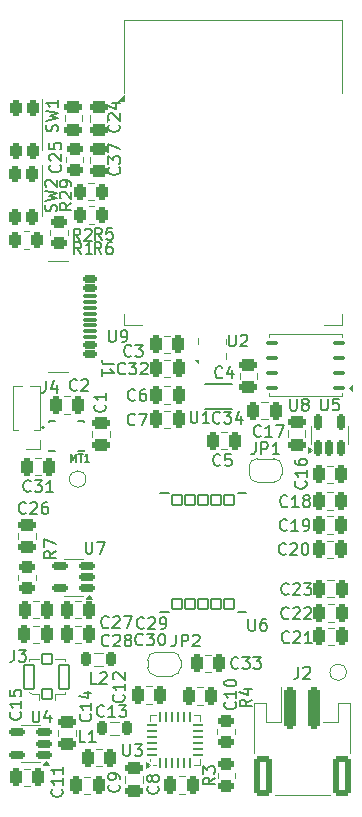
<source format=gbr>
%TF.GenerationSoftware,KiCad,Pcbnew,9.0.5*%
%TF.CreationDate,2025-11-01T11:22:36+01:00*%
%TF.ProjectId,horsesense,686f7273-6573-4656-9e73-652e6b696361,1.0*%
%TF.SameCoordinates,Original*%
%TF.FileFunction,Legend,Top*%
%TF.FilePolarity,Positive*%
%FSLAX46Y46*%
G04 Gerber Fmt 4.6, Leading zero omitted, Abs format (unit mm)*
G04 Created by KiCad (PCBNEW 9.0.5) date 2025-11-01 11:22:36*
%MOMM*%
%LPD*%
G01*
G04 APERTURE LIST*
G04 Aperture macros list*
%AMRoundRect*
0 Rectangle with rounded corners*
0 $1 Rounding radius*
0 $2 $3 $4 $5 $6 $7 $8 $9 X,Y pos of 4 corners*
0 Add a 4 corners polygon primitive as box body*
4,1,4,$2,$3,$4,$5,$6,$7,$8,$9,$2,$3,0*
0 Add four circle primitives for the rounded corners*
1,1,$1+$1,$2,$3*
1,1,$1+$1,$4,$5*
1,1,$1+$1,$6,$7*
1,1,$1+$1,$8,$9*
0 Add four rect primitives between the rounded corners*
20,1,$1+$1,$2,$3,$4,$5,0*
20,1,$1+$1,$4,$5,$6,$7,0*
20,1,$1+$1,$6,$7,$8,$9,0*
20,1,$1+$1,$8,$9,$2,$3,0*%
%AMFreePoly0*
4,1,23,0.500000,-0.750000,0.000000,-0.750000,0.000000,-0.745722,-0.065263,-0.745722,-0.191342,-0.711940,-0.304381,-0.646677,-0.396677,-0.554381,-0.461940,-0.441342,-0.495722,-0.315263,-0.495722,-0.250000,-0.500000,-0.250000,-0.500000,0.250000,-0.495722,0.250000,-0.495722,0.315263,-0.461940,0.441342,-0.396677,0.554381,-0.304381,0.646677,-0.191342,0.711940,-0.065263,0.745722,0.000000,0.745722,
0.000000,0.750000,0.500000,0.750000,0.500000,-0.750000,0.500000,-0.750000,$1*%
%AMFreePoly1*
4,1,23,0.000000,0.745722,0.065263,0.745722,0.191342,0.711940,0.304381,0.646677,0.396677,0.554381,0.461940,0.441342,0.495722,0.315263,0.495722,0.250000,0.500000,0.250000,0.500000,-0.250000,0.495722,-0.250000,0.495722,-0.315263,0.461940,-0.441342,0.396677,-0.554381,0.304381,-0.646677,0.191342,-0.711940,0.065263,-0.745722,0.000000,-0.745722,0.000000,-0.750000,-0.500000,-0.750000,
-0.500000,0.750000,0.000000,0.750000,0.000000,0.745722,0.000000,0.745722,$1*%
G04 Aperture macros list end*
%ADD10C,0.150000*%
%ADD11C,0.120000*%
%ADD12C,0.152400*%
%ADD13C,0.127000*%
%ADD14C,0.200000*%
%ADD15C,0.010000*%
%ADD16RoundRect,0.218750X-0.218750X-0.381250X0.218750X-0.381250X0.218750X0.381250X-0.218750X0.381250X0*%
%ADD17RoundRect,0.250000X0.450000X-0.262500X0.450000X0.262500X-0.450000X0.262500X-0.450000X-0.262500X0*%
%ADD18RoundRect,0.250000X0.475000X-0.250000X0.475000X0.250000X-0.475000X0.250000X-0.475000X-0.250000X0*%
%ADD19RoundRect,0.250000X0.250000X0.475000X-0.250000X0.475000X-0.250000X-0.475000X0.250000X-0.475000X0*%
%ADD20RoundRect,0.250000X-0.475000X0.250000X-0.475000X-0.250000X0.475000X-0.250000X0.475000X0.250000X0*%
%ADD21RoundRect,0.250000X-0.250000X-1.500000X0.250000X-1.500000X0.250000X1.500000X-0.250000X1.500000X0*%
%ADD22RoundRect,0.250001X-0.499999X-1.449999X0.499999X-1.449999X0.499999X1.449999X-0.499999X1.449999X0*%
%ADD23R,1.500000X0.900000*%
%ADD24R,0.900000X1.500000*%
%ADD25C,0.600000*%
%ADD26R,3.900000X3.900000*%
%ADD27C,0.254000*%
%ADD28R,1.000000X1.000000*%
%ADD29C,1.000000*%
%ADD30RoundRect,0.250000X-0.250000X-0.475000X0.250000X-0.475000X0.250000X0.475000X-0.250000X0.475000X0*%
%ADD31FreePoly0,0.000000*%
%ADD32FreePoly1,0.000000*%
%ADD33RoundRect,0.250000X-0.262500X-0.450000X0.262500X-0.450000X0.262500X0.450000X-0.262500X0.450000X0*%
%ADD34RoundRect,0.250000X0.262500X0.450000X-0.262500X0.450000X-0.262500X-0.450000X0.262500X-0.450000X0*%
%ADD35RoundRect,0.062500X0.062500X-0.350000X0.062500X0.350000X-0.062500X0.350000X-0.062500X-0.350000X0*%
%ADD36RoundRect,0.062500X0.350000X-0.062500X0.350000X0.062500X-0.350000X0.062500X-0.350000X-0.062500X0*%
%ADD37R,2.700000X2.700000*%
%ADD38O,2.004000X1.004000*%
%ADD39RoundRect,0.102000X0.400000X0.400000X-0.400000X0.400000X-0.400000X-0.400000X0.400000X-0.400000X0*%
%ADD40RoundRect,0.150000X0.512500X0.150000X-0.512500X0.150000X-0.512500X-0.150000X0.512500X-0.150000X0*%
%ADD41RoundRect,0.100000X0.425000X0.100000X-0.425000X0.100000X-0.425000X-0.100000X0.425000X-0.100000X0*%
%ADD42R,3.000000X3.000000*%
%ADD43RoundRect,0.218750X0.218750X0.381250X-0.218750X0.381250X-0.218750X-0.381250X0.218750X-0.381250X0*%
%ADD44RoundRect,0.250000X-0.275000X0.450000X-0.275000X-0.450000X0.275000X-0.450000X0.275000X0.450000X0*%
%ADD45FreePoly0,180.000000*%
%ADD46FreePoly1,180.000000*%
%ADD47RoundRect,0.100000X-0.400000X-0.400000X0.400000X-0.400000X0.400000X0.400000X-0.400000X0.400000X0*%
%ADD48RoundRect,0.105000X-0.420000X-0.995000X0.420000X-0.995000X0.420000X0.995000X-0.420000X0.995000X0*%
%ADD49C,0.650000*%
%ADD50RoundRect,0.150000X-0.425000X0.150000X-0.425000X-0.150000X0.425000X-0.150000X0.425000X0.150000X0*%
%ADD51RoundRect,0.075000X-0.500000X0.075000X-0.500000X-0.075000X0.500000X-0.075000X0.500000X0.075000X0*%
%ADD52O,2.100000X1.000000*%
%ADD53O,1.800000X1.000000*%
%ADD54R,0.200000X0.600000*%
%ADD55R,0.250000X0.150000*%
%ADD56R,0.600000X0.200000*%
%ADD57RoundRect,0.150000X0.150000X-0.512500X0.150000X0.512500X-0.150000X0.512500X-0.150000X-0.512500X0*%
G04 APERTURE END LIST*
D10*
X7903333Y10015181D02*
X7427143Y10015181D01*
X7427143Y10015181D02*
X7427143Y11015181D01*
X8189048Y10919943D02*
X8236667Y10967562D01*
X8236667Y10967562D02*
X8331905Y11015181D01*
X8331905Y11015181D02*
X8570000Y11015181D01*
X8570000Y11015181D02*
X8665238Y10967562D01*
X8665238Y10967562D02*
X8712857Y10919943D01*
X8712857Y10919943D02*
X8760476Y10824705D01*
X8760476Y10824705D02*
X8760476Y10729467D01*
X8760476Y10729467D02*
X8712857Y10586610D01*
X8712857Y10586610D02*
X8141429Y10015181D01*
X8141429Y10015181D02*
X8760476Y10015181D01*
X21014819Y8713334D02*
X20538628Y8380001D01*
X21014819Y8141906D02*
X20014819Y8141906D01*
X20014819Y8141906D02*
X20014819Y8522858D01*
X20014819Y8522858D02*
X20062438Y8618096D01*
X20062438Y8618096D02*
X20110057Y8665715D01*
X20110057Y8665715D02*
X20205295Y8713334D01*
X20205295Y8713334D02*
X20348152Y8713334D01*
X20348152Y8713334D02*
X20443390Y8665715D01*
X20443390Y8665715D02*
X20491009Y8618096D01*
X20491009Y8618096D02*
X20538628Y8522858D01*
X20538628Y8522858D02*
X20538628Y8141906D01*
X20348152Y9570477D02*
X21014819Y9570477D01*
X19967200Y9332382D02*
X20681485Y9094287D01*
X20681485Y9094287D02*
X20681485Y9713334D01*
X9779580Y57387143D02*
X9827200Y57339524D01*
X9827200Y57339524D02*
X9874819Y57196667D01*
X9874819Y57196667D02*
X9874819Y57101429D01*
X9874819Y57101429D02*
X9827200Y56958572D01*
X9827200Y56958572D02*
X9731961Y56863334D01*
X9731961Y56863334D02*
X9636723Y56815715D01*
X9636723Y56815715D02*
X9446247Y56768096D01*
X9446247Y56768096D02*
X9303390Y56768096D01*
X9303390Y56768096D02*
X9112914Y56815715D01*
X9112914Y56815715D02*
X9017676Y56863334D01*
X9017676Y56863334D02*
X8922438Y56958572D01*
X8922438Y56958572D02*
X8874819Y57101429D01*
X8874819Y57101429D02*
X8874819Y57196667D01*
X8874819Y57196667D02*
X8922438Y57339524D01*
X8922438Y57339524D02*
X8970057Y57387143D01*
X8970057Y57768096D02*
X8922438Y57815715D01*
X8922438Y57815715D02*
X8874819Y57910953D01*
X8874819Y57910953D02*
X8874819Y58149048D01*
X8874819Y58149048D02*
X8922438Y58244286D01*
X8922438Y58244286D02*
X8970057Y58291905D01*
X8970057Y58291905D02*
X9065295Y58339524D01*
X9065295Y58339524D02*
X9160533Y58339524D01*
X9160533Y58339524D02*
X9303390Y58291905D01*
X9303390Y58291905D02*
X9874819Y57720477D01*
X9874819Y57720477D02*
X9874819Y58339524D01*
X9208152Y59196667D02*
X9874819Y59196667D01*
X8827200Y58958572D02*
X9541485Y58720477D01*
X9541485Y58720477D02*
X9541485Y59339524D01*
X11907142Y14780420D02*
X11859523Y14732800D01*
X11859523Y14732800D02*
X11716666Y14685181D01*
X11716666Y14685181D02*
X11621428Y14685181D01*
X11621428Y14685181D02*
X11478571Y14732800D01*
X11478571Y14732800D02*
X11383333Y14828039D01*
X11383333Y14828039D02*
X11335714Y14923277D01*
X11335714Y14923277D02*
X11288095Y15113753D01*
X11288095Y15113753D02*
X11288095Y15256610D01*
X11288095Y15256610D02*
X11335714Y15447086D01*
X11335714Y15447086D02*
X11383333Y15542324D01*
X11383333Y15542324D02*
X11478571Y15637562D01*
X11478571Y15637562D02*
X11621428Y15685181D01*
X11621428Y15685181D02*
X11716666Y15685181D01*
X11716666Y15685181D02*
X11859523Y15637562D01*
X11859523Y15637562D02*
X11907142Y15589943D01*
X12288095Y15589943D02*
X12335714Y15637562D01*
X12335714Y15637562D02*
X12430952Y15685181D01*
X12430952Y15685181D02*
X12669047Y15685181D01*
X12669047Y15685181D02*
X12764285Y15637562D01*
X12764285Y15637562D02*
X12811904Y15589943D01*
X12811904Y15589943D02*
X12859523Y15494705D01*
X12859523Y15494705D02*
X12859523Y15399467D01*
X12859523Y15399467D02*
X12811904Y15256610D01*
X12811904Y15256610D02*
X12240476Y14685181D01*
X12240476Y14685181D02*
X12859523Y14685181D01*
X13335714Y14685181D02*
X13526190Y14685181D01*
X13526190Y14685181D02*
X13621428Y14732800D01*
X13621428Y14732800D02*
X13669047Y14780420D01*
X13669047Y14780420D02*
X13764285Y14923277D01*
X13764285Y14923277D02*
X13811904Y15113753D01*
X13811904Y15113753D02*
X13811904Y15494705D01*
X13811904Y15494705D02*
X13764285Y15589943D01*
X13764285Y15589943D02*
X13716666Y15637562D01*
X13716666Y15637562D02*
X13621428Y15685181D01*
X13621428Y15685181D02*
X13430952Y15685181D01*
X13430952Y15685181D02*
X13335714Y15637562D01*
X13335714Y15637562D02*
X13288095Y15589943D01*
X13288095Y15589943D02*
X13240476Y15494705D01*
X13240476Y15494705D02*
X13240476Y15256610D01*
X13240476Y15256610D02*
X13288095Y15161372D01*
X13288095Y15161372D02*
X13335714Y15113753D01*
X13335714Y15113753D02*
X13430952Y15066134D01*
X13430952Y15066134D02*
X13621428Y15066134D01*
X13621428Y15066134D02*
X13716666Y15113753D01*
X13716666Y15113753D02*
X13764285Y15161372D01*
X13764285Y15161372D02*
X13811904Y15256610D01*
X21807142Y31050420D02*
X21759523Y31002800D01*
X21759523Y31002800D02*
X21616666Y30955181D01*
X21616666Y30955181D02*
X21521428Y30955181D01*
X21521428Y30955181D02*
X21378571Y31002800D01*
X21378571Y31002800D02*
X21283333Y31098039D01*
X21283333Y31098039D02*
X21235714Y31193277D01*
X21235714Y31193277D02*
X21188095Y31383753D01*
X21188095Y31383753D02*
X21188095Y31526610D01*
X21188095Y31526610D02*
X21235714Y31717086D01*
X21235714Y31717086D02*
X21283333Y31812324D01*
X21283333Y31812324D02*
X21378571Y31907562D01*
X21378571Y31907562D02*
X21521428Y31955181D01*
X21521428Y31955181D02*
X21616666Y31955181D01*
X21616666Y31955181D02*
X21759523Y31907562D01*
X21759523Y31907562D02*
X21807142Y31859943D01*
X22759523Y30955181D02*
X22188095Y30955181D01*
X22473809Y30955181D02*
X22473809Y31955181D01*
X22473809Y31955181D02*
X22378571Y31812324D01*
X22378571Y31812324D02*
X22283333Y31717086D01*
X22283333Y31717086D02*
X22188095Y31669467D01*
X23092857Y31955181D02*
X23759523Y31955181D01*
X23759523Y31955181D02*
X23330952Y30955181D01*
X5764819Y50757143D02*
X5288628Y50423810D01*
X5764819Y50185715D02*
X4764819Y50185715D01*
X4764819Y50185715D02*
X4764819Y50566667D01*
X4764819Y50566667D02*
X4812438Y50661905D01*
X4812438Y50661905D02*
X4860057Y50709524D01*
X4860057Y50709524D02*
X4955295Y50757143D01*
X4955295Y50757143D02*
X5098152Y50757143D01*
X5098152Y50757143D02*
X5193390Y50709524D01*
X5193390Y50709524D02*
X5241009Y50661905D01*
X5241009Y50661905D02*
X5288628Y50566667D01*
X5288628Y50566667D02*
X5288628Y50185715D01*
X4860057Y51138096D02*
X4812438Y51185715D01*
X4812438Y51185715D02*
X4764819Y51280953D01*
X4764819Y51280953D02*
X4764819Y51519048D01*
X4764819Y51519048D02*
X4812438Y51614286D01*
X4812438Y51614286D02*
X4860057Y51661905D01*
X4860057Y51661905D02*
X4955295Y51709524D01*
X4955295Y51709524D02*
X5050533Y51709524D01*
X5050533Y51709524D02*
X5193390Y51661905D01*
X5193390Y51661905D02*
X5764819Y51090477D01*
X5764819Y51090477D02*
X5764819Y51709524D01*
X5764819Y52185715D02*
X5764819Y52376191D01*
X5764819Y52376191D02*
X5717200Y52471429D01*
X5717200Y52471429D02*
X5669580Y52519048D01*
X5669580Y52519048D02*
X5526723Y52614286D01*
X5526723Y52614286D02*
X5336247Y52661905D01*
X5336247Y52661905D02*
X4955295Y52661905D01*
X4955295Y52661905D02*
X4860057Y52614286D01*
X4860057Y52614286D02*
X4812438Y52566667D01*
X4812438Y52566667D02*
X4764819Y52471429D01*
X4764819Y52471429D02*
X4764819Y52280953D01*
X4764819Y52280953D02*
X4812438Y52185715D01*
X4812438Y52185715D02*
X4860057Y52138096D01*
X4860057Y52138096D02*
X4955295Y52090477D01*
X4955295Y52090477D02*
X5193390Y52090477D01*
X5193390Y52090477D02*
X5288628Y52138096D01*
X5288628Y52138096D02*
X5336247Y52185715D01*
X5336247Y52185715D02*
X5383866Y52280953D01*
X5383866Y52280953D02*
X5383866Y52471429D01*
X5383866Y52471429D02*
X5336247Y52566667D01*
X5336247Y52566667D02*
X5288628Y52614286D01*
X5288628Y52614286D02*
X5193390Y52661905D01*
X24976666Y11475181D02*
X24976666Y10760896D01*
X24976666Y10760896D02*
X24929047Y10618039D01*
X24929047Y10618039D02*
X24833809Y10522800D01*
X24833809Y10522800D02*
X24690952Y10475181D01*
X24690952Y10475181D02*
X24595714Y10475181D01*
X25405238Y11379943D02*
X25452857Y11427562D01*
X25452857Y11427562D02*
X25548095Y11475181D01*
X25548095Y11475181D02*
X25786190Y11475181D01*
X25786190Y11475181D02*
X25881428Y11427562D01*
X25881428Y11427562D02*
X25929047Y11379943D01*
X25929047Y11379943D02*
X25976666Y11284705D01*
X25976666Y11284705D02*
X25976666Y11189467D01*
X25976666Y11189467D02*
X25929047Y11046610D01*
X25929047Y11046610D02*
X25357619Y10475181D01*
X25357619Y10475181D02*
X25976666Y10475181D01*
X8928095Y39995181D02*
X8928095Y39185658D01*
X8928095Y39185658D02*
X8975714Y39090420D01*
X8975714Y39090420D02*
X9023333Y39042800D01*
X9023333Y39042800D02*
X9118571Y38995181D01*
X9118571Y38995181D02*
X9309047Y38995181D01*
X9309047Y38995181D02*
X9404285Y39042800D01*
X9404285Y39042800D02*
X9451904Y39090420D01*
X9451904Y39090420D02*
X9499523Y39185658D01*
X9499523Y39185658D02*
X9499523Y39995181D01*
X10023333Y38995181D02*
X10213809Y38995181D01*
X10213809Y38995181D02*
X10309047Y39042800D01*
X10309047Y39042800D02*
X10356666Y39090420D01*
X10356666Y39090420D02*
X10451904Y39233277D01*
X10451904Y39233277D02*
X10499523Y39423753D01*
X10499523Y39423753D02*
X10499523Y39804705D01*
X10499523Y39804705D02*
X10451904Y39899943D01*
X10451904Y39899943D02*
X10404285Y39947562D01*
X10404285Y39947562D02*
X10309047Y39995181D01*
X10309047Y39995181D02*
X10118571Y39995181D01*
X10118571Y39995181D02*
X10023333Y39947562D01*
X10023333Y39947562D02*
X9975714Y39899943D01*
X9975714Y39899943D02*
X9928095Y39804705D01*
X9928095Y39804705D02*
X9928095Y39566610D01*
X9928095Y39566610D02*
X9975714Y39471372D01*
X9975714Y39471372D02*
X10023333Y39423753D01*
X10023333Y39423753D02*
X10118571Y39376134D01*
X10118571Y39376134D02*
X10309047Y39376134D01*
X10309047Y39376134D02*
X10404285Y39423753D01*
X10404285Y39423753D02*
X10451904Y39471372D01*
X10451904Y39471372D02*
X10499523Y39566610D01*
X15868095Y33125181D02*
X15868095Y32315658D01*
X15868095Y32315658D02*
X15915714Y32220420D01*
X15915714Y32220420D02*
X15963333Y32172800D01*
X15963333Y32172800D02*
X16058571Y32125181D01*
X16058571Y32125181D02*
X16249047Y32125181D01*
X16249047Y32125181D02*
X16344285Y32172800D01*
X16344285Y32172800D02*
X16391904Y32220420D01*
X16391904Y32220420D02*
X16439523Y32315658D01*
X16439523Y32315658D02*
X16439523Y33125181D01*
X17439523Y32125181D02*
X16868095Y32125181D01*
X17153809Y32125181D02*
X17153809Y33125181D01*
X17153809Y33125181D02*
X17058571Y32982324D01*
X17058571Y32982324D02*
X16963333Y32887086D01*
X16963333Y32887086D02*
X16868095Y32839467D01*
X2317142Y26380420D02*
X2269523Y26332800D01*
X2269523Y26332800D02*
X2126666Y26285181D01*
X2126666Y26285181D02*
X2031428Y26285181D01*
X2031428Y26285181D02*
X1888571Y26332800D01*
X1888571Y26332800D02*
X1793333Y26428039D01*
X1793333Y26428039D02*
X1745714Y26523277D01*
X1745714Y26523277D02*
X1698095Y26713753D01*
X1698095Y26713753D02*
X1698095Y26856610D01*
X1698095Y26856610D02*
X1745714Y27047086D01*
X1745714Y27047086D02*
X1793333Y27142324D01*
X1793333Y27142324D02*
X1888571Y27237562D01*
X1888571Y27237562D02*
X2031428Y27285181D01*
X2031428Y27285181D02*
X2126666Y27285181D01*
X2126666Y27285181D02*
X2269523Y27237562D01*
X2269523Y27237562D02*
X2317142Y27189943D01*
X2650476Y27285181D02*
X3269523Y27285181D01*
X3269523Y27285181D02*
X2936190Y26904229D01*
X2936190Y26904229D02*
X3079047Y26904229D01*
X3079047Y26904229D02*
X3174285Y26856610D01*
X3174285Y26856610D02*
X3221904Y26808991D01*
X3221904Y26808991D02*
X3269523Y26713753D01*
X3269523Y26713753D02*
X3269523Y26475658D01*
X3269523Y26475658D02*
X3221904Y26380420D01*
X3221904Y26380420D02*
X3174285Y26332800D01*
X3174285Y26332800D02*
X3079047Y26285181D01*
X3079047Y26285181D02*
X2793333Y26285181D01*
X2793333Y26285181D02*
X2698095Y26332800D01*
X2698095Y26332800D02*
X2650476Y26380420D01*
X4221904Y26285181D02*
X3650476Y26285181D01*
X3936190Y26285181D02*
X3936190Y27285181D01*
X3936190Y27285181D02*
X3840952Y27142324D01*
X3840952Y27142324D02*
X3745714Y27047086D01*
X3745714Y27047086D02*
X3650476Y26999467D01*
X3606666Y35695181D02*
X3606666Y34980896D01*
X3606666Y34980896D02*
X3559047Y34838039D01*
X3559047Y34838039D02*
X3463809Y34742800D01*
X3463809Y34742800D02*
X3320952Y34695181D01*
X3320952Y34695181D02*
X3225714Y34695181D01*
X4511428Y35361848D02*
X4511428Y34695181D01*
X4273333Y35742800D02*
X4035238Y35028515D01*
X4035238Y35028515D02*
X4654285Y35028515D01*
X8907142Y14850420D02*
X8859523Y14802800D01*
X8859523Y14802800D02*
X8716666Y14755181D01*
X8716666Y14755181D02*
X8621428Y14755181D01*
X8621428Y14755181D02*
X8478571Y14802800D01*
X8478571Y14802800D02*
X8383333Y14898039D01*
X8383333Y14898039D02*
X8335714Y14993277D01*
X8335714Y14993277D02*
X8288095Y15183753D01*
X8288095Y15183753D02*
X8288095Y15326610D01*
X8288095Y15326610D02*
X8335714Y15517086D01*
X8335714Y15517086D02*
X8383333Y15612324D01*
X8383333Y15612324D02*
X8478571Y15707562D01*
X8478571Y15707562D02*
X8621428Y15755181D01*
X8621428Y15755181D02*
X8716666Y15755181D01*
X8716666Y15755181D02*
X8859523Y15707562D01*
X8859523Y15707562D02*
X8907142Y15659943D01*
X9288095Y15659943D02*
X9335714Y15707562D01*
X9335714Y15707562D02*
X9430952Y15755181D01*
X9430952Y15755181D02*
X9669047Y15755181D01*
X9669047Y15755181D02*
X9764285Y15707562D01*
X9764285Y15707562D02*
X9811904Y15659943D01*
X9811904Y15659943D02*
X9859523Y15564705D01*
X9859523Y15564705D02*
X9859523Y15469467D01*
X9859523Y15469467D02*
X9811904Y15326610D01*
X9811904Y15326610D02*
X9240476Y14755181D01*
X9240476Y14755181D02*
X9859523Y14755181D01*
X10192857Y15755181D02*
X10859523Y15755181D01*
X10859523Y15755181D02*
X10430952Y14755181D01*
X1907142Y24520420D02*
X1859523Y24472800D01*
X1859523Y24472800D02*
X1716666Y24425181D01*
X1716666Y24425181D02*
X1621428Y24425181D01*
X1621428Y24425181D02*
X1478571Y24472800D01*
X1478571Y24472800D02*
X1383333Y24568039D01*
X1383333Y24568039D02*
X1335714Y24663277D01*
X1335714Y24663277D02*
X1288095Y24853753D01*
X1288095Y24853753D02*
X1288095Y24996610D01*
X1288095Y24996610D02*
X1335714Y25187086D01*
X1335714Y25187086D02*
X1383333Y25282324D01*
X1383333Y25282324D02*
X1478571Y25377562D01*
X1478571Y25377562D02*
X1621428Y25425181D01*
X1621428Y25425181D02*
X1716666Y25425181D01*
X1716666Y25425181D02*
X1859523Y25377562D01*
X1859523Y25377562D02*
X1907142Y25329943D01*
X2288095Y25329943D02*
X2335714Y25377562D01*
X2335714Y25377562D02*
X2430952Y25425181D01*
X2430952Y25425181D02*
X2669047Y25425181D01*
X2669047Y25425181D02*
X2764285Y25377562D01*
X2764285Y25377562D02*
X2811904Y25329943D01*
X2811904Y25329943D02*
X2859523Y25234705D01*
X2859523Y25234705D02*
X2859523Y25139467D01*
X2859523Y25139467D02*
X2811904Y24996610D01*
X2811904Y24996610D02*
X2240476Y24425181D01*
X2240476Y24425181D02*
X2859523Y24425181D01*
X3716666Y25425181D02*
X3526190Y25425181D01*
X3526190Y25425181D02*
X3430952Y25377562D01*
X3430952Y25377562D02*
X3383333Y25329943D01*
X3383333Y25329943D02*
X3288095Y25187086D01*
X3288095Y25187086D02*
X3240476Y24996610D01*
X3240476Y24996610D02*
X3240476Y24615658D01*
X3240476Y24615658D02*
X3288095Y24520420D01*
X3288095Y24520420D02*
X3335714Y24472800D01*
X3335714Y24472800D02*
X3430952Y24425181D01*
X3430952Y24425181D02*
X3621428Y24425181D01*
X3621428Y24425181D02*
X3716666Y24472800D01*
X3716666Y24472800D02*
X3764285Y24520420D01*
X3764285Y24520420D02*
X3811904Y24615658D01*
X3811904Y24615658D02*
X3811904Y24853753D01*
X3811904Y24853753D02*
X3764285Y24948991D01*
X3764285Y24948991D02*
X3716666Y24996610D01*
X3716666Y24996610D02*
X3621428Y25044229D01*
X3621428Y25044229D02*
X3430952Y25044229D01*
X3430952Y25044229D02*
X3335714Y24996610D01*
X3335714Y24996610D02*
X3288095Y24948991D01*
X3288095Y24948991D02*
X3240476Y24853753D01*
X24157142Y17670420D02*
X24109523Y17622800D01*
X24109523Y17622800D02*
X23966666Y17575181D01*
X23966666Y17575181D02*
X23871428Y17575181D01*
X23871428Y17575181D02*
X23728571Y17622800D01*
X23728571Y17622800D02*
X23633333Y17718039D01*
X23633333Y17718039D02*
X23585714Y17813277D01*
X23585714Y17813277D02*
X23538095Y18003753D01*
X23538095Y18003753D02*
X23538095Y18146610D01*
X23538095Y18146610D02*
X23585714Y18337086D01*
X23585714Y18337086D02*
X23633333Y18432324D01*
X23633333Y18432324D02*
X23728571Y18527562D01*
X23728571Y18527562D02*
X23871428Y18575181D01*
X23871428Y18575181D02*
X23966666Y18575181D01*
X23966666Y18575181D02*
X24109523Y18527562D01*
X24109523Y18527562D02*
X24157142Y18479943D01*
X24538095Y18479943D02*
X24585714Y18527562D01*
X24585714Y18527562D02*
X24680952Y18575181D01*
X24680952Y18575181D02*
X24919047Y18575181D01*
X24919047Y18575181D02*
X25014285Y18527562D01*
X25014285Y18527562D02*
X25061904Y18479943D01*
X25061904Y18479943D02*
X25109523Y18384705D01*
X25109523Y18384705D02*
X25109523Y18289467D01*
X25109523Y18289467D02*
X25061904Y18146610D01*
X25061904Y18146610D02*
X24490476Y17575181D01*
X24490476Y17575181D02*
X25109523Y17575181D01*
X25442857Y18575181D02*
X26061904Y18575181D01*
X26061904Y18575181D02*
X25728571Y18194229D01*
X25728571Y18194229D02*
X25871428Y18194229D01*
X25871428Y18194229D02*
X25966666Y18146610D01*
X25966666Y18146610D02*
X26014285Y18098991D01*
X26014285Y18098991D02*
X26061904Y18003753D01*
X26061904Y18003753D02*
X26061904Y17765658D01*
X26061904Y17765658D02*
X26014285Y17670420D01*
X26014285Y17670420D02*
X25966666Y17622800D01*
X25966666Y17622800D02*
X25871428Y17575181D01*
X25871428Y17575181D02*
X25585714Y17575181D01*
X25585714Y17575181D02*
X25490476Y17622800D01*
X25490476Y17622800D02*
X25442857Y17670420D01*
X17904819Y2103334D02*
X17428628Y1770001D01*
X17904819Y1531906D02*
X16904819Y1531906D01*
X16904819Y1531906D02*
X16904819Y1912858D01*
X16904819Y1912858D02*
X16952438Y2008096D01*
X16952438Y2008096D02*
X17000057Y2055715D01*
X17000057Y2055715D02*
X17095295Y2103334D01*
X17095295Y2103334D02*
X17238152Y2103334D01*
X17238152Y2103334D02*
X17333390Y2055715D01*
X17333390Y2055715D02*
X17381009Y2008096D01*
X17381009Y2008096D02*
X17428628Y1912858D01*
X17428628Y1912858D02*
X17428628Y1531906D01*
X16904819Y2436668D02*
X16904819Y3055715D01*
X16904819Y3055715D02*
X17285771Y2722382D01*
X17285771Y2722382D02*
X17285771Y2865239D01*
X17285771Y2865239D02*
X17333390Y2960477D01*
X17333390Y2960477D02*
X17381009Y3008096D01*
X17381009Y3008096D02*
X17476247Y3055715D01*
X17476247Y3055715D02*
X17714342Y3055715D01*
X17714342Y3055715D02*
X17809580Y3008096D01*
X17809580Y3008096D02*
X17857200Y2960477D01*
X17857200Y2960477D02*
X17904819Y2865239D01*
X17904819Y2865239D02*
X17904819Y2579525D01*
X17904819Y2579525D02*
X17857200Y2484287D01*
X17857200Y2484287D02*
X17809580Y2436668D01*
X21366666Y30485181D02*
X21366666Y29770896D01*
X21366666Y29770896D02*
X21319047Y29628039D01*
X21319047Y29628039D02*
X21223809Y29532800D01*
X21223809Y29532800D02*
X21080952Y29485181D01*
X21080952Y29485181D02*
X20985714Y29485181D01*
X21842857Y29485181D02*
X21842857Y30485181D01*
X21842857Y30485181D02*
X22223809Y30485181D01*
X22223809Y30485181D02*
X22319047Y30437562D01*
X22319047Y30437562D02*
X22366666Y30389943D01*
X22366666Y30389943D02*
X22414285Y30294705D01*
X22414285Y30294705D02*
X22414285Y30151848D01*
X22414285Y30151848D02*
X22366666Y30056610D01*
X22366666Y30056610D02*
X22319047Y30008991D01*
X22319047Y30008991D02*
X22223809Y29961372D01*
X22223809Y29961372D02*
X21842857Y29961372D01*
X23366666Y29485181D02*
X22795238Y29485181D01*
X23080952Y29485181D02*
X23080952Y30485181D01*
X23080952Y30485181D02*
X22985714Y30342324D01*
X22985714Y30342324D02*
X22890476Y30247086D01*
X22890476Y30247086D02*
X22795238Y30199467D01*
X8313333Y46425181D02*
X7980000Y46901372D01*
X7741905Y46425181D02*
X7741905Y47425181D01*
X7741905Y47425181D02*
X8122857Y47425181D01*
X8122857Y47425181D02*
X8218095Y47377562D01*
X8218095Y47377562D02*
X8265714Y47329943D01*
X8265714Y47329943D02*
X8313333Y47234705D01*
X8313333Y47234705D02*
X8313333Y47091848D01*
X8313333Y47091848D02*
X8265714Y46996610D01*
X8265714Y46996610D02*
X8218095Y46948991D01*
X8218095Y46948991D02*
X8122857Y46901372D01*
X8122857Y46901372D02*
X7741905Y46901372D01*
X9170476Y47425181D02*
X8980000Y47425181D01*
X8980000Y47425181D02*
X8884762Y47377562D01*
X8884762Y47377562D02*
X8837143Y47329943D01*
X8837143Y47329943D02*
X8741905Y47187086D01*
X8741905Y47187086D02*
X8694286Y46996610D01*
X8694286Y46996610D02*
X8694286Y46615658D01*
X8694286Y46615658D02*
X8741905Y46520420D01*
X8741905Y46520420D02*
X8789524Y46472800D01*
X8789524Y46472800D02*
X8884762Y46425181D01*
X8884762Y46425181D02*
X9075238Y46425181D01*
X9075238Y46425181D02*
X9170476Y46472800D01*
X9170476Y46472800D02*
X9218095Y46520420D01*
X9218095Y46520420D02*
X9265714Y46615658D01*
X9265714Y46615658D02*
X9265714Y46853753D01*
X9265714Y46853753D02*
X9218095Y46948991D01*
X9218095Y46948991D02*
X9170476Y46996610D01*
X9170476Y46996610D02*
X9075238Y47044229D01*
X9075238Y47044229D02*
X8884762Y47044229D01*
X8884762Y47044229D02*
X8789524Y46996610D01*
X8789524Y46996610D02*
X8741905Y46948991D01*
X8741905Y46948991D02*
X8694286Y46853753D01*
X10833333Y37830420D02*
X10785714Y37782800D01*
X10785714Y37782800D02*
X10642857Y37735181D01*
X10642857Y37735181D02*
X10547619Y37735181D01*
X10547619Y37735181D02*
X10404762Y37782800D01*
X10404762Y37782800D02*
X10309524Y37878039D01*
X10309524Y37878039D02*
X10261905Y37973277D01*
X10261905Y37973277D02*
X10214286Y38163753D01*
X10214286Y38163753D02*
X10214286Y38306610D01*
X10214286Y38306610D02*
X10261905Y38497086D01*
X10261905Y38497086D02*
X10309524Y38592324D01*
X10309524Y38592324D02*
X10404762Y38687562D01*
X10404762Y38687562D02*
X10547619Y38735181D01*
X10547619Y38735181D02*
X10642857Y38735181D01*
X10642857Y38735181D02*
X10785714Y38687562D01*
X10785714Y38687562D02*
X10833333Y38639943D01*
X11166667Y38735181D02*
X11785714Y38735181D01*
X11785714Y38735181D02*
X11452381Y38354229D01*
X11452381Y38354229D02*
X11595238Y38354229D01*
X11595238Y38354229D02*
X11690476Y38306610D01*
X11690476Y38306610D02*
X11738095Y38258991D01*
X11738095Y38258991D02*
X11785714Y38163753D01*
X11785714Y38163753D02*
X11785714Y37925658D01*
X11785714Y37925658D02*
X11738095Y37830420D01*
X11738095Y37830420D02*
X11690476Y37782800D01*
X11690476Y37782800D02*
X11595238Y37735181D01*
X11595238Y37735181D02*
X11309524Y37735181D01*
X11309524Y37735181D02*
X11214286Y37782800D01*
X11214286Y37782800D02*
X11166667Y37830420D01*
X24017142Y23080420D02*
X23969523Y23032800D01*
X23969523Y23032800D02*
X23826666Y22985181D01*
X23826666Y22985181D02*
X23731428Y22985181D01*
X23731428Y22985181D02*
X23588571Y23032800D01*
X23588571Y23032800D02*
X23493333Y23128039D01*
X23493333Y23128039D02*
X23445714Y23223277D01*
X23445714Y23223277D02*
X23398095Y23413753D01*
X23398095Y23413753D02*
X23398095Y23556610D01*
X23398095Y23556610D02*
X23445714Y23747086D01*
X23445714Y23747086D02*
X23493333Y23842324D01*
X23493333Y23842324D02*
X23588571Y23937562D01*
X23588571Y23937562D02*
X23731428Y23985181D01*
X23731428Y23985181D02*
X23826666Y23985181D01*
X23826666Y23985181D02*
X23969523Y23937562D01*
X23969523Y23937562D02*
X24017142Y23889943D01*
X24969523Y22985181D02*
X24398095Y22985181D01*
X24683809Y22985181D02*
X24683809Y23985181D01*
X24683809Y23985181D02*
X24588571Y23842324D01*
X24588571Y23842324D02*
X24493333Y23747086D01*
X24493333Y23747086D02*
X24398095Y23699467D01*
X25445714Y22985181D02*
X25636190Y22985181D01*
X25636190Y22985181D02*
X25731428Y23032800D01*
X25731428Y23032800D02*
X25779047Y23080420D01*
X25779047Y23080420D02*
X25874285Y23223277D01*
X25874285Y23223277D02*
X25921904Y23413753D01*
X25921904Y23413753D02*
X25921904Y23794705D01*
X25921904Y23794705D02*
X25874285Y23889943D01*
X25874285Y23889943D02*
X25826666Y23937562D01*
X25826666Y23937562D02*
X25731428Y23985181D01*
X25731428Y23985181D02*
X25540952Y23985181D01*
X25540952Y23985181D02*
X25445714Y23937562D01*
X25445714Y23937562D02*
X25398095Y23889943D01*
X25398095Y23889943D02*
X25350476Y23794705D01*
X25350476Y23794705D02*
X25350476Y23556610D01*
X25350476Y23556610D02*
X25398095Y23461372D01*
X25398095Y23461372D02*
X25445714Y23413753D01*
X25445714Y23413753D02*
X25540952Y23366134D01*
X25540952Y23366134D02*
X25731428Y23366134D01*
X25731428Y23366134D02*
X25826666Y23413753D01*
X25826666Y23413753D02*
X25874285Y23461372D01*
X25874285Y23461372D02*
X25921904Y23556610D01*
X6583333Y46445181D02*
X6250000Y46921372D01*
X6011905Y46445181D02*
X6011905Y47445181D01*
X6011905Y47445181D02*
X6392857Y47445181D01*
X6392857Y47445181D02*
X6488095Y47397562D01*
X6488095Y47397562D02*
X6535714Y47349943D01*
X6535714Y47349943D02*
X6583333Y47254705D01*
X6583333Y47254705D02*
X6583333Y47111848D01*
X6583333Y47111848D02*
X6535714Y47016610D01*
X6535714Y47016610D02*
X6488095Y46968991D01*
X6488095Y46968991D02*
X6392857Y46921372D01*
X6392857Y46921372D02*
X6011905Y46921372D01*
X7535714Y46445181D02*
X6964286Y46445181D01*
X7250000Y46445181D02*
X7250000Y47445181D01*
X7250000Y47445181D02*
X7154762Y47302324D01*
X7154762Y47302324D02*
X7059524Y47207086D01*
X7059524Y47207086D02*
X6964286Y47159467D01*
X19629580Y8487143D02*
X19677200Y8439524D01*
X19677200Y8439524D02*
X19724819Y8296667D01*
X19724819Y8296667D02*
X19724819Y8201429D01*
X19724819Y8201429D02*
X19677200Y8058572D01*
X19677200Y8058572D02*
X19581961Y7963334D01*
X19581961Y7963334D02*
X19486723Y7915715D01*
X19486723Y7915715D02*
X19296247Y7868096D01*
X19296247Y7868096D02*
X19153390Y7868096D01*
X19153390Y7868096D02*
X18962914Y7915715D01*
X18962914Y7915715D02*
X18867676Y7963334D01*
X18867676Y7963334D02*
X18772438Y8058572D01*
X18772438Y8058572D02*
X18724819Y8201429D01*
X18724819Y8201429D02*
X18724819Y8296667D01*
X18724819Y8296667D02*
X18772438Y8439524D01*
X18772438Y8439524D02*
X18820057Y8487143D01*
X19724819Y9439524D02*
X19724819Y8868096D01*
X19724819Y9153810D02*
X18724819Y9153810D01*
X18724819Y9153810D02*
X18867676Y9058572D01*
X18867676Y9058572D02*
X18962914Y8963334D01*
X18962914Y8963334D02*
X19010533Y8868096D01*
X18724819Y10058572D02*
X18724819Y10153810D01*
X18724819Y10153810D02*
X18772438Y10249048D01*
X18772438Y10249048D02*
X18820057Y10296667D01*
X18820057Y10296667D02*
X18915295Y10344286D01*
X18915295Y10344286D02*
X19105771Y10391905D01*
X19105771Y10391905D02*
X19343866Y10391905D01*
X19343866Y10391905D02*
X19534342Y10344286D01*
X19534342Y10344286D02*
X19629580Y10296667D01*
X19629580Y10296667D02*
X19677200Y10249048D01*
X19677200Y10249048D02*
X19724819Y10153810D01*
X19724819Y10153810D02*
X19724819Y10058572D01*
X19724819Y10058572D02*
X19677200Y9963334D01*
X19677200Y9963334D02*
X19629580Y9915715D01*
X19629580Y9915715D02*
X19534342Y9868096D01*
X19534342Y9868096D02*
X19343866Y9820477D01*
X19343866Y9820477D02*
X19105771Y9820477D01*
X19105771Y9820477D02*
X18915295Y9868096D01*
X18915295Y9868096D02*
X18820057Y9915715D01*
X18820057Y9915715D02*
X18772438Y9963334D01*
X18772438Y9963334D02*
X18724819Y10058572D01*
X10158095Y4925181D02*
X10158095Y4115658D01*
X10158095Y4115658D02*
X10205714Y4020420D01*
X10205714Y4020420D02*
X10253333Y3972800D01*
X10253333Y3972800D02*
X10348571Y3925181D01*
X10348571Y3925181D02*
X10539047Y3925181D01*
X10539047Y3925181D02*
X10634285Y3972800D01*
X10634285Y3972800D02*
X10681904Y4020420D01*
X10681904Y4020420D02*
X10729523Y4115658D01*
X10729523Y4115658D02*
X10729523Y4925181D01*
X11110476Y4925181D02*
X11729523Y4925181D01*
X11729523Y4925181D02*
X11396190Y4544229D01*
X11396190Y4544229D02*
X11539047Y4544229D01*
X11539047Y4544229D02*
X11634285Y4496610D01*
X11634285Y4496610D02*
X11681904Y4448991D01*
X11681904Y4448991D02*
X11729523Y4353753D01*
X11729523Y4353753D02*
X11729523Y4115658D01*
X11729523Y4115658D02*
X11681904Y4020420D01*
X11681904Y4020420D02*
X11634285Y3972800D01*
X11634285Y3972800D02*
X11539047Y3925181D01*
X11539047Y3925181D02*
X11253333Y3925181D01*
X11253333Y3925181D02*
X11158095Y3972800D01*
X11158095Y3972800D02*
X11110476Y4020420D01*
X8333333Y47635181D02*
X8000000Y48111372D01*
X7761905Y47635181D02*
X7761905Y48635181D01*
X7761905Y48635181D02*
X8142857Y48635181D01*
X8142857Y48635181D02*
X8238095Y48587562D01*
X8238095Y48587562D02*
X8285714Y48539943D01*
X8285714Y48539943D02*
X8333333Y48444705D01*
X8333333Y48444705D02*
X8333333Y48301848D01*
X8333333Y48301848D02*
X8285714Y48206610D01*
X8285714Y48206610D02*
X8238095Y48158991D01*
X8238095Y48158991D02*
X8142857Y48111372D01*
X8142857Y48111372D02*
X7761905Y48111372D01*
X9238095Y48635181D02*
X8761905Y48635181D01*
X8761905Y48635181D02*
X8714286Y48158991D01*
X8714286Y48158991D02*
X8761905Y48206610D01*
X8761905Y48206610D02*
X8857143Y48254229D01*
X8857143Y48254229D02*
X9095238Y48254229D01*
X9095238Y48254229D02*
X9190476Y48206610D01*
X9190476Y48206610D02*
X9238095Y48158991D01*
X9238095Y48158991D02*
X9285714Y48063753D01*
X9285714Y48063753D02*
X9285714Y47825658D01*
X9285714Y47825658D02*
X9238095Y47730420D01*
X9238095Y47730420D02*
X9190476Y47682800D01*
X9190476Y47682800D02*
X9095238Y47635181D01*
X9095238Y47635181D02*
X8857143Y47635181D01*
X8857143Y47635181D02*
X8761905Y47682800D01*
X8761905Y47682800D02*
X8714286Y47730420D01*
X8517142Y7330420D02*
X8469523Y7282800D01*
X8469523Y7282800D02*
X8326666Y7235181D01*
X8326666Y7235181D02*
X8231428Y7235181D01*
X8231428Y7235181D02*
X8088571Y7282800D01*
X8088571Y7282800D02*
X7993333Y7378039D01*
X7993333Y7378039D02*
X7945714Y7473277D01*
X7945714Y7473277D02*
X7898095Y7663753D01*
X7898095Y7663753D02*
X7898095Y7806610D01*
X7898095Y7806610D02*
X7945714Y7997086D01*
X7945714Y7997086D02*
X7993333Y8092324D01*
X7993333Y8092324D02*
X8088571Y8187562D01*
X8088571Y8187562D02*
X8231428Y8235181D01*
X8231428Y8235181D02*
X8326666Y8235181D01*
X8326666Y8235181D02*
X8469523Y8187562D01*
X8469523Y8187562D02*
X8517142Y8139943D01*
X9469523Y7235181D02*
X8898095Y7235181D01*
X9183809Y7235181D02*
X9183809Y8235181D01*
X9183809Y8235181D02*
X9088571Y8092324D01*
X9088571Y8092324D02*
X8993333Y7997086D01*
X8993333Y7997086D02*
X8898095Y7949467D01*
X9802857Y8235181D02*
X10421904Y8235181D01*
X10421904Y8235181D02*
X10088571Y7854229D01*
X10088571Y7854229D02*
X10231428Y7854229D01*
X10231428Y7854229D02*
X10326666Y7806610D01*
X10326666Y7806610D02*
X10374285Y7758991D01*
X10374285Y7758991D02*
X10421904Y7663753D01*
X10421904Y7663753D02*
X10421904Y7425658D01*
X10421904Y7425658D02*
X10374285Y7330420D01*
X10374285Y7330420D02*
X10326666Y7282800D01*
X10326666Y7282800D02*
X10231428Y7235181D01*
X10231428Y7235181D02*
X9945714Y7235181D01*
X9945714Y7235181D02*
X9850476Y7282800D01*
X9850476Y7282800D02*
X9802857Y7330420D01*
X11153333Y32020420D02*
X11105714Y31972800D01*
X11105714Y31972800D02*
X10962857Y31925181D01*
X10962857Y31925181D02*
X10867619Y31925181D01*
X10867619Y31925181D02*
X10724762Y31972800D01*
X10724762Y31972800D02*
X10629524Y32068039D01*
X10629524Y32068039D02*
X10581905Y32163277D01*
X10581905Y32163277D02*
X10534286Y32353753D01*
X10534286Y32353753D02*
X10534286Y32496610D01*
X10534286Y32496610D02*
X10581905Y32687086D01*
X10581905Y32687086D02*
X10629524Y32782324D01*
X10629524Y32782324D02*
X10724762Y32877562D01*
X10724762Y32877562D02*
X10867619Y32925181D01*
X10867619Y32925181D02*
X10962857Y32925181D01*
X10962857Y32925181D02*
X11105714Y32877562D01*
X11105714Y32877562D02*
X11153333Y32829943D01*
X11486667Y32925181D02*
X12153333Y32925181D01*
X12153333Y32925181D02*
X11724762Y31925181D01*
X1429580Y7637143D02*
X1477200Y7589524D01*
X1477200Y7589524D02*
X1524819Y7446667D01*
X1524819Y7446667D02*
X1524819Y7351429D01*
X1524819Y7351429D02*
X1477200Y7208572D01*
X1477200Y7208572D02*
X1381961Y7113334D01*
X1381961Y7113334D02*
X1286723Y7065715D01*
X1286723Y7065715D02*
X1096247Y7018096D01*
X1096247Y7018096D02*
X953390Y7018096D01*
X953390Y7018096D02*
X762914Y7065715D01*
X762914Y7065715D02*
X667676Y7113334D01*
X667676Y7113334D02*
X572438Y7208572D01*
X572438Y7208572D02*
X524819Y7351429D01*
X524819Y7351429D02*
X524819Y7446667D01*
X524819Y7446667D02*
X572438Y7589524D01*
X572438Y7589524D02*
X620057Y7637143D01*
X1524819Y8589524D02*
X1524819Y8018096D01*
X1524819Y8303810D02*
X524819Y8303810D01*
X524819Y8303810D02*
X667676Y8208572D01*
X667676Y8208572D02*
X762914Y8113334D01*
X762914Y8113334D02*
X810533Y8018096D01*
X524819Y9494286D02*
X524819Y9018096D01*
X524819Y9018096D02*
X1001009Y8970477D01*
X1001009Y8970477D02*
X953390Y9018096D01*
X953390Y9018096D02*
X905771Y9113334D01*
X905771Y9113334D02*
X905771Y9351429D01*
X905771Y9351429D02*
X953390Y9446667D01*
X953390Y9446667D02*
X1001009Y9494286D01*
X1001009Y9494286D02*
X1096247Y9541905D01*
X1096247Y9541905D02*
X1334342Y9541905D01*
X1334342Y9541905D02*
X1429580Y9494286D01*
X1429580Y9494286D02*
X1477200Y9446667D01*
X1477200Y9446667D02*
X1524819Y9351429D01*
X1524819Y9351429D02*
X1524819Y9113334D01*
X1524819Y9113334D02*
X1477200Y9018096D01*
X1477200Y9018096D02*
X1429580Y8970477D01*
X24197142Y13580420D02*
X24149523Y13532800D01*
X24149523Y13532800D02*
X24006666Y13485181D01*
X24006666Y13485181D02*
X23911428Y13485181D01*
X23911428Y13485181D02*
X23768571Y13532800D01*
X23768571Y13532800D02*
X23673333Y13628039D01*
X23673333Y13628039D02*
X23625714Y13723277D01*
X23625714Y13723277D02*
X23578095Y13913753D01*
X23578095Y13913753D02*
X23578095Y14056610D01*
X23578095Y14056610D02*
X23625714Y14247086D01*
X23625714Y14247086D02*
X23673333Y14342324D01*
X23673333Y14342324D02*
X23768571Y14437562D01*
X23768571Y14437562D02*
X23911428Y14485181D01*
X23911428Y14485181D02*
X24006666Y14485181D01*
X24006666Y14485181D02*
X24149523Y14437562D01*
X24149523Y14437562D02*
X24197142Y14389943D01*
X24578095Y14389943D02*
X24625714Y14437562D01*
X24625714Y14437562D02*
X24720952Y14485181D01*
X24720952Y14485181D02*
X24959047Y14485181D01*
X24959047Y14485181D02*
X25054285Y14437562D01*
X25054285Y14437562D02*
X25101904Y14389943D01*
X25101904Y14389943D02*
X25149523Y14294705D01*
X25149523Y14294705D02*
X25149523Y14199467D01*
X25149523Y14199467D02*
X25101904Y14056610D01*
X25101904Y14056610D02*
X24530476Y13485181D01*
X24530476Y13485181D02*
X25149523Y13485181D01*
X26101904Y13485181D02*
X25530476Y13485181D01*
X25816190Y13485181D02*
X25816190Y14485181D01*
X25816190Y14485181D02*
X25720952Y14342324D01*
X25720952Y14342324D02*
X25625714Y14247086D01*
X25625714Y14247086D02*
X25530476Y14199467D01*
X13069580Y1363334D02*
X13117200Y1315715D01*
X13117200Y1315715D02*
X13164819Y1172858D01*
X13164819Y1172858D02*
X13164819Y1077620D01*
X13164819Y1077620D02*
X13117200Y934763D01*
X13117200Y934763D02*
X13021961Y839525D01*
X13021961Y839525D02*
X12926723Y791906D01*
X12926723Y791906D02*
X12736247Y744287D01*
X12736247Y744287D02*
X12593390Y744287D01*
X12593390Y744287D02*
X12402914Y791906D01*
X12402914Y791906D02*
X12307676Y839525D01*
X12307676Y839525D02*
X12212438Y934763D01*
X12212438Y934763D02*
X12164819Y1077620D01*
X12164819Y1077620D02*
X12164819Y1172858D01*
X12164819Y1172858D02*
X12212438Y1315715D01*
X12212438Y1315715D02*
X12260057Y1363334D01*
X12593390Y1934763D02*
X12545771Y1839525D01*
X12545771Y1839525D02*
X12498152Y1791906D01*
X12498152Y1791906D02*
X12402914Y1744287D01*
X12402914Y1744287D02*
X12355295Y1744287D01*
X12355295Y1744287D02*
X12260057Y1791906D01*
X12260057Y1791906D02*
X12212438Y1839525D01*
X12212438Y1839525D02*
X12164819Y1934763D01*
X12164819Y1934763D02*
X12164819Y2125239D01*
X12164819Y2125239D02*
X12212438Y2220477D01*
X12212438Y2220477D02*
X12260057Y2268096D01*
X12260057Y2268096D02*
X12355295Y2315715D01*
X12355295Y2315715D02*
X12402914Y2315715D01*
X12402914Y2315715D02*
X12498152Y2268096D01*
X12498152Y2268096D02*
X12545771Y2220477D01*
X12545771Y2220477D02*
X12593390Y2125239D01*
X12593390Y2125239D02*
X12593390Y1934763D01*
X12593390Y1934763D02*
X12641009Y1839525D01*
X12641009Y1839525D02*
X12688628Y1791906D01*
X12688628Y1791906D02*
X12783866Y1744287D01*
X12783866Y1744287D02*
X12974342Y1744287D01*
X12974342Y1744287D02*
X13069580Y1791906D01*
X13069580Y1791906D02*
X13117200Y1839525D01*
X13117200Y1839525D02*
X13164819Y1934763D01*
X13164819Y1934763D02*
X13164819Y2125239D01*
X13164819Y2125239D02*
X13117200Y2220477D01*
X13117200Y2220477D02*
X13069580Y2268096D01*
X13069580Y2268096D02*
X12974342Y2315715D01*
X12974342Y2315715D02*
X12783866Y2315715D01*
X12783866Y2315715D02*
X12688628Y2268096D01*
X12688628Y2268096D02*
X12641009Y2220477D01*
X12641009Y2220477D02*
X12593390Y2125239D01*
X8599580Y33673334D02*
X8647200Y33625715D01*
X8647200Y33625715D02*
X8694819Y33482858D01*
X8694819Y33482858D02*
X8694819Y33387620D01*
X8694819Y33387620D02*
X8647200Y33244763D01*
X8647200Y33244763D02*
X8551961Y33149525D01*
X8551961Y33149525D02*
X8456723Y33101906D01*
X8456723Y33101906D02*
X8266247Y33054287D01*
X8266247Y33054287D02*
X8123390Y33054287D01*
X8123390Y33054287D02*
X7932914Y33101906D01*
X7932914Y33101906D02*
X7837676Y33149525D01*
X7837676Y33149525D02*
X7742438Y33244763D01*
X7742438Y33244763D02*
X7694819Y33387620D01*
X7694819Y33387620D02*
X7694819Y33482858D01*
X7694819Y33482858D02*
X7742438Y33625715D01*
X7742438Y33625715D02*
X7790057Y33673334D01*
X8694819Y34625715D02*
X8694819Y34054287D01*
X8694819Y34340001D02*
X7694819Y34340001D01*
X7694819Y34340001D02*
X7837676Y34244763D01*
X7837676Y34244763D02*
X7932914Y34149525D01*
X7932914Y34149525D02*
X7980533Y34054287D01*
X20748095Y15535181D02*
X20748095Y14725658D01*
X20748095Y14725658D02*
X20795714Y14630420D01*
X20795714Y14630420D02*
X20843333Y14582800D01*
X20843333Y14582800D02*
X20938571Y14535181D01*
X20938571Y14535181D02*
X21129047Y14535181D01*
X21129047Y14535181D02*
X21224285Y14582800D01*
X21224285Y14582800D02*
X21271904Y14630420D01*
X21271904Y14630420D02*
X21319523Y14725658D01*
X21319523Y14725658D02*
X21319523Y15535181D01*
X22224285Y15535181D02*
X22033809Y15535181D01*
X22033809Y15535181D02*
X21938571Y15487562D01*
X21938571Y15487562D02*
X21890952Y15439943D01*
X21890952Y15439943D02*
X21795714Y15297086D01*
X21795714Y15297086D02*
X21748095Y15106610D01*
X21748095Y15106610D02*
X21748095Y14725658D01*
X21748095Y14725658D02*
X21795714Y14630420D01*
X21795714Y14630420D02*
X21843333Y14582800D01*
X21843333Y14582800D02*
X21938571Y14535181D01*
X21938571Y14535181D02*
X22129047Y14535181D01*
X22129047Y14535181D02*
X22224285Y14582800D01*
X22224285Y14582800D02*
X22271904Y14630420D01*
X22271904Y14630420D02*
X22319523Y14725658D01*
X22319523Y14725658D02*
X22319523Y14963753D01*
X22319523Y14963753D02*
X22271904Y15058991D01*
X22271904Y15058991D02*
X22224285Y15106610D01*
X22224285Y15106610D02*
X22129047Y15154229D01*
X22129047Y15154229D02*
X21938571Y15154229D01*
X21938571Y15154229D02*
X21843333Y15106610D01*
X21843333Y15106610D02*
X21795714Y15058991D01*
X21795714Y15058991D02*
X21748095Y14963753D01*
X18373333Y28590420D02*
X18325714Y28542800D01*
X18325714Y28542800D02*
X18182857Y28495181D01*
X18182857Y28495181D02*
X18087619Y28495181D01*
X18087619Y28495181D02*
X17944762Y28542800D01*
X17944762Y28542800D02*
X17849524Y28638039D01*
X17849524Y28638039D02*
X17801905Y28733277D01*
X17801905Y28733277D02*
X17754286Y28923753D01*
X17754286Y28923753D02*
X17754286Y29066610D01*
X17754286Y29066610D02*
X17801905Y29257086D01*
X17801905Y29257086D02*
X17849524Y29352324D01*
X17849524Y29352324D02*
X17944762Y29447562D01*
X17944762Y29447562D02*
X18087619Y29495181D01*
X18087619Y29495181D02*
X18182857Y29495181D01*
X18182857Y29495181D02*
X18325714Y29447562D01*
X18325714Y29447562D02*
X18373333Y29399943D01*
X19278095Y29495181D02*
X18801905Y29495181D01*
X18801905Y29495181D02*
X18754286Y29018991D01*
X18754286Y29018991D02*
X18801905Y29066610D01*
X18801905Y29066610D02*
X18897143Y29114229D01*
X18897143Y29114229D02*
X19135238Y29114229D01*
X19135238Y29114229D02*
X19230476Y29066610D01*
X19230476Y29066610D02*
X19278095Y29018991D01*
X19278095Y29018991D02*
X19325714Y28923753D01*
X19325714Y28923753D02*
X19325714Y28685658D01*
X19325714Y28685658D02*
X19278095Y28590420D01*
X19278095Y28590420D02*
X19230476Y28542800D01*
X19230476Y28542800D02*
X19135238Y28495181D01*
X19135238Y28495181D02*
X18897143Y28495181D01*
X18897143Y28495181D02*
X18801905Y28542800D01*
X18801905Y28542800D02*
X18754286Y28590420D01*
X19897142Y11410420D02*
X19849523Y11362800D01*
X19849523Y11362800D02*
X19706666Y11315181D01*
X19706666Y11315181D02*
X19611428Y11315181D01*
X19611428Y11315181D02*
X19468571Y11362800D01*
X19468571Y11362800D02*
X19373333Y11458039D01*
X19373333Y11458039D02*
X19325714Y11553277D01*
X19325714Y11553277D02*
X19278095Y11743753D01*
X19278095Y11743753D02*
X19278095Y11886610D01*
X19278095Y11886610D02*
X19325714Y12077086D01*
X19325714Y12077086D02*
X19373333Y12172324D01*
X19373333Y12172324D02*
X19468571Y12267562D01*
X19468571Y12267562D02*
X19611428Y12315181D01*
X19611428Y12315181D02*
X19706666Y12315181D01*
X19706666Y12315181D02*
X19849523Y12267562D01*
X19849523Y12267562D02*
X19897142Y12219943D01*
X20230476Y12315181D02*
X20849523Y12315181D01*
X20849523Y12315181D02*
X20516190Y11934229D01*
X20516190Y11934229D02*
X20659047Y11934229D01*
X20659047Y11934229D02*
X20754285Y11886610D01*
X20754285Y11886610D02*
X20801904Y11838991D01*
X20801904Y11838991D02*
X20849523Y11743753D01*
X20849523Y11743753D02*
X20849523Y11505658D01*
X20849523Y11505658D02*
X20801904Y11410420D01*
X20801904Y11410420D02*
X20754285Y11362800D01*
X20754285Y11362800D02*
X20659047Y11315181D01*
X20659047Y11315181D02*
X20373333Y11315181D01*
X20373333Y11315181D02*
X20278095Y11362800D01*
X20278095Y11362800D02*
X20230476Y11410420D01*
X21182857Y12315181D02*
X21801904Y12315181D01*
X21801904Y12315181D02*
X21468571Y11934229D01*
X21468571Y11934229D02*
X21611428Y11934229D01*
X21611428Y11934229D02*
X21706666Y11886610D01*
X21706666Y11886610D02*
X21754285Y11838991D01*
X21754285Y11838991D02*
X21801904Y11743753D01*
X21801904Y11743753D02*
X21801904Y11505658D01*
X21801904Y11505658D02*
X21754285Y11410420D01*
X21754285Y11410420D02*
X21706666Y11362800D01*
X21706666Y11362800D02*
X21611428Y11315181D01*
X21611428Y11315181D02*
X21325714Y11315181D01*
X21325714Y11315181D02*
X21230476Y11362800D01*
X21230476Y11362800D02*
X21182857Y11410420D01*
X7369580Y7477143D02*
X7417200Y7429524D01*
X7417200Y7429524D02*
X7464819Y7286667D01*
X7464819Y7286667D02*
X7464819Y7191429D01*
X7464819Y7191429D02*
X7417200Y7048572D01*
X7417200Y7048572D02*
X7321961Y6953334D01*
X7321961Y6953334D02*
X7226723Y6905715D01*
X7226723Y6905715D02*
X7036247Y6858096D01*
X7036247Y6858096D02*
X6893390Y6858096D01*
X6893390Y6858096D02*
X6702914Y6905715D01*
X6702914Y6905715D02*
X6607676Y6953334D01*
X6607676Y6953334D02*
X6512438Y7048572D01*
X6512438Y7048572D02*
X6464819Y7191429D01*
X6464819Y7191429D02*
X6464819Y7286667D01*
X6464819Y7286667D02*
X6512438Y7429524D01*
X6512438Y7429524D02*
X6560057Y7477143D01*
X7464819Y8429524D02*
X7464819Y7858096D01*
X7464819Y8143810D02*
X6464819Y8143810D01*
X6464819Y8143810D02*
X6607676Y8048572D01*
X6607676Y8048572D02*
X6702914Y7953334D01*
X6702914Y7953334D02*
X6750533Y7858096D01*
X6798152Y9286667D02*
X7464819Y9286667D01*
X6417200Y9048572D02*
X7131485Y8810477D01*
X7131485Y8810477D02*
X7131485Y9429524D01*
X25579580Y27197143D02*
X25627200Y27149524D01*
X25627200Y27149524D02*
X25674819Y27006667D01*
X25674819Y27006667D02*
X25674819Y26911429D01*
X25674819Y26911429D02*
X25627200Y26768572D01*
X25627200Y26768572D02*
X25531961Y26673334D01*
X25531961Y26673334D02*
X25436723Y26625715D01*
X25436723Y26625715D02*
X25246247Y26578096D01*
X25246247Y26578096D02*
X25103390Y26578096D01*
X25103390Y26578096D02*
X24912914Y26625715D01*
X24912914Y26625715D02*
X24817676Y26673334D01*
X24817676Y26673334D02*
X24722438Y26768572D01*
X24722438Y26768572D02*
X24674819Y26911429D01*
X24674819Y26911429D02*
X24674819Y27006667D01*
X24674819Y27006667D02*
X24722438Y27149524D01*
X24722438Y27149524D02*
X24770057Y27197143D01*
X25674819Y28149524D02*
X25674819Y27578096D01*
X25674819Y27863810D02*
X24674819Y27863810D01*
X24674819Y27863810D02*
X24817676Y27768572D01*
X24817676Y27768572D02*
X24912914Y27673334D01*
X24912914Y27673334D02*
X24960533Y27578096D01*
X24674819Y29006667D02*
X24674819Y28816191D01*
X24674819Y28816191D02*
X24722438Y28720953D01*
X24722438Y28720953D02*
X24770057Y28673334D01*
X24770057Y28673334D02*
X24912914Y28578096D01*
X24912914Y28578096D02*
X25103390Y28530477D01*
X25103390Y28530477D02*
X25484342Y28530477D01*
X25484342Y28530477D02*
X25579580Y28578096D01*
X25579580Y28578096D02*
X25627200Y28625715D01*
X25627200Y28625715D02*
X25674819Y28720953D01*
X25674819Y28720953D02*
X25674819Y28911429D01*
X25674819Y28911429D02*
X25627200Y29006667D01*
X25627200Y29006667D02*
X25579580Y29054286D01*
X25579580Y29054286D02*
X25484342Y29101905D01*
X25484342Y29101905D02*
X25246247Y29101905D01*
X25246247Y29101905D02*
X25151009Y29054286D01*
X25151009Y29054286D02*
X25103390Y29006667D01*
X25103390Y29006667D02*
X25055771Y28911429D01*
X25055771Y28911429D02*
X25055771Y28720953D01*
X25055771Y28720953D02*
X25103390Y28625715D01*
X25103390Y28625715D02*
X25151009Y28578096D01*
X25151009Y28578096D02*
X25246247Y28530477D01*
X6978095Y22075181D02*
X6978095Y21265658D01*
X6978095Y21265658D02*
X7025714Y21170420D01*
X7025714Y21170420D02*
X7073333Y21122800D01*
X7073333Y21122800D02*
X7168571Y21075181D01*
X7168571Y21075181D02*
X7359047Y21075181D01*
X7359047Y21075181D02*
X7454285Y21122800D01*
X7454285Y21122800D02*
X7501904Y21170420D01*
X7501904Y21170420D02*
X7549523Y21265658D01*
X7549523Y21265658D02*
X7549523Y22075181D01*
X7930476Y22075181D02*
X8597142Y22075181D01*
X8597142Y22075181D02*
X8168571Y21075181D01*
X24047142Y25100420D02*
X23999523Y25052800D01*
X23999523Y25052800D02*
X23856666Y25005181D01*
X23856666Y25005181D02*
X23761428Y25005181D01*
X23761428Y25005181D02*
X23618571Y25052800D01*
X23618571Y25052800D02*
X23523333Y25148039D01*
X23523333Y25148039D02*
X23475714Y25243277D01*
X23475714Y25243277D02*
X23428095Y25433753D01*
X23428095Y25433753D02*
X23428095Y25576610D01*
X23428095Y25576610D02*
X23475714Y25767086D01*
X23475714Y25767086D02*
X23523333Y25862324D01*
X23523333Y25862324D02*
X23618571Y25957562D01*
X23618571Y25957562D02*
X23761428Y26005181D01*
X23761428Y26005181D02*
X23856666Y26005181D01*
X23856666Y26005181D02*
X23999523Y25957562D01*
X23999523Y25957562D02*
X24047142Y25909943D01*
X24999523Y25005181D02*
X24428095Y25005181D01*
X24713809Y25005181D02*
X24713809Y26005181D01*
X24713809Y26005181D02*
X24618571Y25862324D01*
X24618571Y25862324D02*
X24523333Y25767086D01*
X24523333Y25767086D02*
X24428095Y25719467D01*
X25570952Y25576610D02*
X25475714Y25624229D01*
X25475714Y25624229D02*
X25428095Y25671848D01*
X25428095Y25671848D02*
X25380476Y25767086D01*
X25380476Y25767086D02*
X25380476Y25814705D01*
X25380476Y25814705D02*
X25428095Y25909943D01*
X25428095Y25909943D02*
X25475714Y25957562D01*
X25475714Y25957562D02*
X25570952Y26005181D01*
X25570952Y26005181D02*
X25761428Y26005181D01*
X25761428Y26005181D02*
X25856666Y25957562D01*
X25856666Y25957562D02*
X25904285Y25909943D01*
X25904285Y25909943D02*
X25951904Y25814705D01*
X25951904Y25814705D02*
X25951904Y25767086D01*
X25951904Y25767086D02*
X25904285Y25671848D01*
X25904285Y25671848D02*
X25856666Y25624229D01*
X25856666Y25624229D02*
X25761428Y25576610D01*
X25761428Y25576610D02*
X25570952Y25576610D01*
X25570952Y25576610D02*
X25475714Y25528991D01*
X25475714Y25528991D02*
X25428095Y25481372D01*
X25428095Y25481372D02*
X25380476Y25386134D01*
X25380476Y25386134D02*
X25380476Y25195658D01*
X25380476Y25195658D02*
X25428095Y25100420D01*
X25428095Y25100420D02*
X25475714Y25052800D01*
X25475714Y25052800D02*
X25570952Y25005181D01*
X25570952Y25005181D02*
X25761428Y25005181D01*
X25761428Y25005181D02*
X25856666Y25052800D01*
X25856666Y25052800D02*
X25904285Y25100420D01*
X25904285Y25100420D02*
X25951904Y25195658D01*
X25951904Y25195658D02*
X25951904Y25386134D01*
X25951904Y25386134D02*
X25904285Y25481372D01*
X25904285Y25481372D02*
X25856666Y25528991D01*
X25856666Y25528991D02*
X25761428Y25576610D01*
X18347142Y32170420D02*
X18299523Y32122800D01*
X18299523Y32122800D02*
X18156666Y32075181D01*
X18156666Y32075181D02*
X18061428Y32075181D01*
X18061428Y32075181D02*
X17918571Y32122800D01*
X17918571Y32122800D02*
X17823333Y32218039D01*
X17823333Y32218039D02*
X17775714Y32313277D01*
X17775714Y32313277D02*
X17728095Y32503753D01*
X17728095Y32503753D02*
X17728095Y32646610D01*
X17728095Y32646610D02*
X17775714Y32837086D01*
X17775714Y32837086D02*
X17823333Y32932324D01*
X17823333Y32932324D02*
X17918571Y33027562D01*
X17918571Y33027562D02*
X18061428Y33075181D01*
X18061428Y33075181D02*
X18156666Y33075181D01*
X18156666Y33075181D02*
X18299523Y33027562D01*
X18299523Y33027562D02*
X18347142Y32979943D01*
X18680476Y33075181D02*
X19299523Y33075181D01*
X19299523Y33075181D02*
X18966190Y32694229D01*
X18966190Y32694229D02*
X19109047Y32694229D01*
X19109047Y32694229D02*
X19204285Y32646610D01*
X19204285Y32646610D02*
X19251904Y32598991D01*
X19251904Y32598991D02*
X19299523Y32503753D01*
X19299523Y32503753D02*
X19299523Y32265658D01*
X19299523Y32265658D02*
X19251904Y32170420D01*
X19251904Y32170420D02*
X19204285Y32122800D01*
X19204285Y32122800D02*
X19109047Y32075181D01*
X19109047Y32075181D02*
X18823333Y32075181D01*
X18823333Y32075181D02*
X18728095Y32122800D01*
X18728095Y32122800D02*
X18680476Y32170420D01*
X20156666Y32741848D02*
X20156666Y32075181D01*
X19918571Y33122800D02*
X19680476Y32408515D01*
X19680476Y32408515D02*
X20299523Y32408515D01*
X5718094Y28831724D02*
X5718094Y29471724D01*
X5718094Y29471724D02*
X5931428Y29014581D01*
X5931428Y29014581D02*
X6144761Y29471724D01*
X6144761Y29471724D02*
X6144761Y28831724D01*
X6358095Y29471724D02*
X6723809Y29471724D01*
X6540952Y28831724D02*
X6540952Y29471724D01*
X7272381Y28831724D02*
X6906666Y28831724D01*
X7089523Y28831724D02*
X7089523Y29471724D01*
X7089523Y29471724D02*
X7028571Y29380296D01*
X7028571Y29380296D02*
X6967619Y29319343D01*
X6967619Y29319343D02*
X6906666Y29288867D01*
X24278095Y34165181D02*
X24278095Y33355658D01*
X24278095Y33355658D02*
X24325714Y33260420D01*
X24325714Y33260420D02*
X24373333Y33212800D01*
X24373333Y33212800D02*
X24468571Y33165181D01*
X24468571Y33165181D02*
X24659047Y33165181D01*
X24659047Y33165181D02*
X24754285Y33212800D01*
X24754285Y33212800D02*
X24801904Y33260420D01*
X24801904Y33260420D02*
X24849523Y33355658D01*
X24849523Y33355658D02*
X24849523Y34165181D01*
X25468571Y33736610D02*
X25373333Y33784229D01*
X25373333Y33784229D02*
X25325714Y33831848D01*
X25325714Y33831848D02*
X25278095Y33927086D01*
X25278095Y33927086D02*
X25278095Y33974705D01*
X25278095Y33974705D02*
X25325714Y34069943D01*
X25325714Y34069943D02*
X25373333Y34117562D01*
X25373333Y34117562D02*
X25468571Y34165181D01*
X25468571Y34165181D02*
X25659047Y34165181D01*
X25659047Y34165181D02*
X25754285Y34117562D01*
X25754285Y34117562D02*
X25801904Y34069943D01*
X25801904Y34069943D02*
X25849523Y33974705D01*
X25849523Y33974705D02*
X25849523Y33927086D01*
X25849523Y33927086D02*
X25801904Y33831848D01*
X25801904Y33831848D02*
X25754285Y33784229D01*
X25754285Y33784229D02*
X25659047Y33736610D01*
X25659047Y33736610D02*
X25468571Y33736610D01*
X25468571Y33736610D02*
X25373333Y33688991D01*
X25373333Y33688991D02*
X25325714Y33641372D01*
X25325714Y33641372D02*
X25278095Y33546134D01*
X25278095Y33546134D02*
X25278095Y33355658D01*
X25278095Y33355658D02*
X25325714Y33260420D01*
X25325714Y33260420D02*
X25373333Y33212800D01*
X25373333Y33212800D02*
X25468571Y33165181D01*
X25468571Y33165181D02*
X25659047Y33165181D01*
X25659047Y33165181D02*
X25754285Y33212800D01*
X25754285Y33212800D02*
X25801904Y33260420D01*
X25801904Y33260420D02*
X25849523Y33355658D01*
X25849523Y33355658D02*
X25849523Y33546134D01*
X25849523Y33546134D02*
X25801904Y33641372D01*
X25801904Y33641372D02*
X25754285Y33688991D01*
X25754285Y33688991D02*
X25659047Y33736610D01*
X6953333Y5105181D02*
X6477143Y5105181D01*
X6477143Y5105181D02*
X6477143Y6105181D01*
X7810476Y5105181D02*
X7239048Y5105181D01*
X7524762Y5105181D02*
X7524762Y6105181D01*
X7524762Y6105181D02*
X7429524Y5962324D01*
X7429524Y5962324D02*
X7334286Y5867086D01*
X7334286Y5867086D02*
X7239048Y5819467D01*
X9799580Y53757143D02*
X9847200Y53709524D01*
X9847200Y53709524D02*
X9894819Y53566667D01*
X9894819Y53566667D02*
X9894819Y53471429D01*
X9894819Y53471429D02*
X9847200Y53328572D01*
X9847200Y53328572D02*
X9751961Y53233334D01*
X9751961Y53233334D02*
X9656723Y53185715D01*
X9656723Y53185715D02*
X9466247Y53138096D01*
X9466247Y53138096D02*
X9323390Y53138096D01*
X9323390Y53138096D02*
X9132914Y53185715D01*
X9132914Y53185715D02*
X9037676Y53233334D01*
X9037676Y53233334D02*
X8942438Y53328572D01*
X8942438Y53328572D02*
X8894819Y53471429D01*
X8894819Y53471429D02*
X8894819Y53566667D01*
X8894819Y53566667D02*
X8942438Y53709524D01*
X8942438Y53709524D02*
X8990057Y53757143D01*
X8894819Y54090477D02*
X8894819Y54709524D01*
X8894819Y54709524D02*
X9275771Y54376191D01*
X9275771Y54376191D02*
X9275771Y54519048D01*
X9275771Y54519048D02*
X9323390Y54614286D01*
X9323390Y54614286D02*
X9371009Y54661905D01*
X9371009Y54661905D02*
X9466247Y54709524D01*
X9466247Y54709524D02*
X9704342Y54709524D01*
X9704342Y54709524D02*
X9799580Y54661905D01*
X9799580Y54661905D02*
X9847200Y54614286D01*
X9847200Y54614286D02*
X9894819Y54519048D01*
X9894819Y54519048D02*
X9894819Y54233334D01*
X9894819Y54233334D02*
X9847200Y54138096D01*
X9847200Y54138096D02*
X9799580Y54090477D01*
X8894819Y55042858D02*
X8894819Y55709524D01*
X8894819Y55709524D02*
X9894819Y55280953D01*
X2478095Y7775181D02*
X2478095Y6965658D01*
X2478095Y6965658D02*
X2525714Y6870420D01*
X2525714Y6870420D02*
X2573333Y6822800D01*
X2573333Y6822800D02*
X2668571Y6775181D01*
X2668571Y6775181D02*
X2859047Y6775181D01*
X2859047Y6775181D02*
X2954285Y6822800D01*
X2954285Y6822800D02*
X3001904Y6870420D01*
X3001904Y6870420D02*
X3049523Y6965658D01*
X3049523Y6965658D02*
X3049523Y7775181D01*
X3954285Y7441848D02*
X3954285Y6775181D01*
X3716190Y7822800D02*
X3478095Y7108515D01*
X3478095Y7108515D02*
X4097142Y7108515D01*
X4587200Y56806668D02*
X4634819Y56949525D01*
X4634819Y56949525D02*
X4634819Y57187620D01*
X4634819Y57187620D02*
X4587200Y57282858D01*
X4587200Y57282858D02*
X4539580Y57330477D01*
X4539580Y57330477D02*
X4444342Y57378096D01*
X4444342Y57378096D02*
X4349104Y57378096D01*
X4349104Y57378096D02*
X4253866Y57330477D01*
X4253866Y57330477D02*
X4206247Y57282858D01*
X4206247Y57282858D02*
X4158628Y57187620D01*
X4158628Y57187620D02*
X4111009Y56997144D01*
X4111009Y56997144D02*
X4063390Y56901906D01*
X4063390Y56901906D02*
X4015771Y56854287D01*
X4015771Y56854287D02*
X3920533Y56806668D01*
X3920533Y56806668D02*
X3825295Y56806668D01*
X3825295Y56806668D02*
X3730057Y56854287D01*
X3730057Y56854287D02*
X3682438Y56901906D01*
X3682438Y56901906D02*
X3634819Y56997144D01*
X3634819Y56997144D02*
X3634819Y57235239D01*
X3634819Y57235239D02*
X3682438Y57378096D01*
X3634819Y57711430D02*
X4634819Y57949525D01*
X4634819Y57949525D02*
X3920533Y58140001D01*
X3920533Y58140001D02*
X4634819Y58330477D01*
X4634819Y58330477D02*
X3634819Y58568572D01*
X4634819Y59473334D02*
X4634819Y58901906D01*
X4634819Y59187620D02*
X3634819Y59187620D01*
X3634819Y59187620D02*
X3777676Y59092382D01*
X3777676Y59092382D02*
X3872914Y58997144D01*
X3872914Y58997144D02*
X3920533Y58901906D01*
X10169580Y9107143D02*
X10217200Y9059524D01*
X10217200Y9059524D02*
X10264819Y8916667D01*
X10264819Y8916667D02*
X10264819Y8821429D01*
X10264819Y8821429D02*
X10217200Y8678572D01*
X10217200Y8678572D02*
X10121961Y8583334D01*
X10121961Y8583334D02*
X10026723Y8535715D01*
X10026723Y8535715D02*
X9836247Y8488096D01*
X9836247Y8488096D02*
X9693390Y8488096D01*
X9693390Y8488096D02*
X9502914Y8535715D01*
X9502914Y8535715D02*
X9407676Y8583334D01*
X9407676Y8583334D02*
X9312438Y8678572D01*
X9312438Y8678572D02*
X9264819Y8821429D01*
X9264819Y8821429D02*
X9264819Y8916667D01*
X9264819Y8916667D02*
X9312438Y9059524D01*
X9312438Y9059524D02*
X9360057Y9107143D01*
X10264819Y10059524D02*
X10264819Y9488096D01*
X10264819Y9773810D02*
X9264819Y9773810D01*
X9264819Y9773810D02*
X9407676Y9678572D01*
X9407676Y9678572D02*
X9502914Y9583334D01*
X9502914Y9583334D02*
X9550533Y9488096D01*
X9360057Y10440477D02*
X9312438Y10488096D01*
X9312438Y10488096D02*
X9264819Y10583334D01*
X9264819Y10583334D02*
X9264819Y10821429D01*
X9264819Y10821429D02*
X9312438Y10916667D01*
X9312438Y10916667D02*
X9360057Y10964286D01*
X9360057Y10964286D02*
X9455295Y11011905D01*
X9455295Y11011905D02*
X9550533Y11011905D01*
X9550533Y11011905D02*
X9693390Y10964286D01*
X9693390Y10964286D02*
X10264819Y10392858D01*
X10264819Y10392858D02*
X10264819Y11011905D01*
X4454819Y21273334D02*
X3978628Y20940001D01*
X4454819Y20701906D02*
X3454819Y20701906D01*
X3454819Y20701906D02*
X3454819Y21082858D01*
X3454819Y21082858D02*
X3502438Y21178096D01*
X3502438Y21178096D02*
X3550057Y21225715D01*
X3550057Y21225715D02*
X3645295Y21273334D01*
X3645295Y21273334D02*
X3788152Y21273334D01*
X3788152Y21273334D02*
X3883390Y21225715D01*
X3883390Y21225715D02*
X3931009Y21178096D01*
X3931009Y21178096D02*
X3978628Y21082858D01*
X3978628Y21082858D02*
X3978628Y20701906D01*
X3454819Y21606668D02*
X3454819Y22273334D01*
X3454819Y22273334D02*
X4454819Y21844763D01*
X14616666Y14205181D02*
X14616666Y13490896D01*
X14616666Y13490896D02*
X14569047Y13348039D01*
X14569047Y13348039D02*
X14473809Y13252800D01*
X14473809Y13252800D02*
X14330952Y13205181D01*
X14330952Y13205181D02*
X14235714Y13205181D01*
X15092857Y13205181D02*
X15092857Y14205181D01*
X15092857Y14205181D02*
X15473809Y14205181D01*
X15473809Y14205181D02*
X15569047Y14157562D01*
X15569047Y14157562D02*
X15616666Y14109943D01*
X15616666Y14109943D02*
X15664285Y14014705D01*
X15664285Y14014705D02*
X15664285Y13871848D01*
X15664285Y13871848D02*
X15616666Y13776610D01*
X15616666Y13776610D02*
X15569047Y13728991D01*
X15569047Y13728991D02*
X15473809Y13681372D01*
X15473809Y13681372D02*
X15092857Y13681372D01*
X16045238Y14109943D02*
X16092857Y14157562D01*
X16092857Y14157562D02*
X16188095Y14205181D01*
X16188095Y14205181D02*
X16426190Y14205181D01*
X16426190Y14205181D02*
X16521428Y14157562D01*
X16521428Y14157562D02*
X16569047Y14109943D01*
X16569047Y14109943D02*
X16616666Y14014705D01*
X16616666Y14014705D02*
X16616666Y13919467D01*
X16616666Y13919467D02*
X16569047Y13776610D01*
X16569047Y13776610D02*
X15997619Y13205181D01*
X15997619Y13205181D02*
X16616666Y13205181D01*
X10317142Y36330420D02*
X10269523Y36282800D01*
X10269523Y36282800D02*
X10126666Y36235181D01*
X10126666Y36235181D02*
X10031428Y36235181D01*
X10031428Y36235181D02*
X9888571Y36282800D01*
X9888571Y36282800D02*
X9793333Y36378039D01*
X9793333Y36378039D02*
X9745714Y36473277D01*
X9745714Y36473277D02*
X9698095Y36663753D01*
X9698095Y36663753D02*
X9698095Y36806610D01*
X9698095Y36806610D02*
X9745714Y36997086D01*
X9745714Y36997086D02*
X9793333Y37092324D01*
X9793333Y37092324D02*
X9888571Y37187562D01*
X9888571Y37187562D02*
X10031428Y37235181D01*
X10031428Y37235181D02*
X10126666Y37235181D01*
X10126666Y37235181D02*
X10269523Y37187562D01*
X10269523Y37187562D02*
X10317142Y37139943D01*
X10650476Y37235181D02*
X11269523Y37235181D01*
X11269523Y37235181D02*
X10936190Y36854229D01*
X10936190Y36854229D02*
X11079047Y36854229D01*
X11079047Y36854229D02*
X11174285Y36806610D01*
X11174285Y36806610D02*
X11221904Y36758991D01*
X11221904Y36758991D02*
X11269523Y36663753D01*
X11269523Y36663753D02*
X11269523Y36425658D01*
X11269523Y36425658D02*
X11221904Y36330420D01*
X11221904Y36330420D02*
X11174285Y36282800D01*
X11174285Y36282800D02*
X11079047Y36235181D01*
X11079047Y36235181D02*
X10793333Y36235181D01*
X10793333Y36235181D02*
X10698095Y36282800D01*
X10698095Y36282800D02*
X10650476Y36330420D01*
X11650476Y37139943D02*
X11698095Y37187562D01*
X11698095Y37187562D02*
X11793333Y37235181D01*
X11793333Y37235181D02*
X12031428Y37235181D01*
X12031428Y37235181D02*
X12126666Y37187562D01*
X12126666Y37187562D02*
X12174285Y37139943D01*
X12174285Y37139943D02*
X12221904Y37044705D01*
X12221904Y37044705D02*
X12221904Y36949467D01*
X12221904Y36949467D02*
X12174285Y36806610D01*
X12174285Y36806610D02*
X11602857Y36235181D01*
X11602857Y36235181D02*
X12221904Y36235181D01*
X4949580Y1107143D02*
X4997200Y1059524D01*
X4997200Y1059524D02*
X5044819Y916667D01*
X5044819Y916667D02*
X5044819Y821429D01*
X5044819Y821429D02*
X4997200Y678572D01*
X4997200Y678572D02*
X4901961Y583334D01*
X4901961Y583334D02*
X4806723Y535715D01*
X4806723Y535715D02*
X4616247Y488096D01*
X4616247Y488096D02*
X4473390Y488096D01*
X4473390Y488096D02*
X4282914Y535715D01*
X4282914Y535715D02*
X4187676Y583334D01*
X4187676Y583334D02*
X4092438Y678572D01*
X4092438Y678572D02*
X4044819Y821429D01*
X4044819Y821429D02*
X4044819Y916667D01*
X4044819Y916667D02*
X4092438Y1059524D01*
X4092438Y1059524D02*
X4140057Y1107143D01*
X5044819Y2059524D02*
X5044819Y1488096D01*
X5044819Y1773810D02*
X4044819Y1773810D01*
X4044819Y1773810D02*
X4187676Y1678572D01*
X4187676Y1678572D02*
X4282914Y1583334D01*
X4282914Y1583334D02*
X4330533Y1488096D01*
X5044819Y3011905D02*
X5044819Y2440477D01*
X5044819Y2726191D02*
X4044819Y2726191D01*
X4044819Y2726191D02*
X4187676Y2630953D01*
X4187676Y2630953D02*
X4282914Y2535715D01*
X4282914Y2535715D02*
X4330533Y2440477D01*
X6233333Y34930420D02*
X6185714Y34882800D01*
X6185714Y34882800D02*
X6042857Y34835181D01*
X6042857Y34835181D02*
X5947619Y34835181D01*
X5947619Y34835181D02*
X5804762Y34882800D01*
X5804762Y34882800D02*
X5709524Y34978039D01*
X5709524Y34978039D02*
X5661905Y35073277D01*
X5661905Y35073277D02*
X5614286Y35263753D01*
X5614286Y35263753D02*
X5614286Y35406610D01*
X5614286Y35406610D02*
X5661905Y35597086D01*
X5661905Y35597086D02*
X5709524Y35692324D01*
X5709524Y35692324D02*
X5804762Y35787562D01*
X5804762Y35787562D02*
X5947619Y35835181D01*
X5947619Y35835181D02*
X6042857Y35835181D01*
X6042857Y35835181D02*
X6185714Y35787562D01*
X6185714Y35787562D02*
X6233333Y35739943D01*
X6614286Y35739943D02*
X6661905Y35787562D01*
X6661905Y35787562D02*
X6757143Y35835181D01*
X6757143Y35835181D02*
X6995238Y35835181D01*
X6995238Y35835181D02*
X7090476Y35787562D01*
X7090476Y35787562D02*
X7138095Y35739943D01*
X7138095Y35739943D02*
X7185714Y35644705D01*
X7185714Y35644705D02*
X7185714Y35549467D01*
X7185714Y35549467D02*
X7138095Y35406610D01*
X7138095Y35406610D02*
X6566667Y34835181D01*
X6566667Y34835181D02*
X7185714Y34835181D01*
X916666Y12925181D02*
X916666Y12210896D01*
X916666Y12210896D02*
X869047Y12068039D01*
X869047Y12068039D02*
X773809Y11972800D01*
X773809Y11972800D02*
X630952Y11925181D01*
X630952Y11925181D02*
X535714Y11925181D01*
X1297619Y12925181D02*
X1916666Y12925181D01*
X1916666Y12925181D02*
X1583333Y12544229D01*
X1583333Y12544229D02*
X1726190Y12544229D01*
X1726190Y12544229D02*
X1821428Y12496610D01*
X1821428Y12496610D02*
X1869047Y12448991D01*
X1869047Y12448991D02*
X1916666Y12353753D01*
X1916666Y12353753D02*
X1916666Y12115658D01*
X1916666Y12115658D02*
X1869047Y12020420D01*
X1869047Y12020420D02*
X1821428Y11972800D01*
X1821428Y11972800D02*
X1726190Y11925181D01*
X1726190Y11925181D02*
X1440476Y11925181D01*
X1440476Y11925181D02*
X1345238Y11972800D01*
X1345238Y11972800D02*
X1297619Y12020420D01*
X23927142Y21060420D02*
X23879523Y21012800D01*
X23879523Y21012800D02*
X23736666Y20965181D01*
X23736666Y20965181D02*
X23641428Y20965181D01*
X23641428Y20965181D02*
X23498571Y21012800D01*
X23498571Y21012800D02*
X23403333Y21108039D01*
X23403333Y21108039D02*
X23355714Y21203277D01*
X23355714Y21203277D02*
X23308095Y21393753D01*
X23308095Y21393753D02*
X23308095Y21536610D01*
X23308095Y21536610D02*
X23355714Y21727086D01*
X23355714Y21727086D02*
X23403333Y21822324D01*
X23403333Y21822324D02*
X23498571Y21917562D01*
X23498571Y21917562D02*
X23641428Y21965181D01*
X23641428Y21965181D02*
X23736666Y21965181D01*
X23736666Y21965181D02*
X23879523Y21917562D01*
X23879523Y21917562D02*
X23927142Y21869943D01*
X24308095Y21869943D02*
X24355714Y21917562D01*
X24355714Y21917562D02*
X24450952Y21965181D01*
X24450952Y21965181D02*
X24689047Y21965181D01*
X24689047Y21965181D02*
X24784285Y21917562D01*
X24784285Y21917562D02*
X24831904Y21869943D01*
X24831904Y21869943D02*
X24879523Y21774705D01*
X24879523Y21774705D02*
X24879523Y21679467D01*
X24879523Y21679467D02*
X24831904Y21536610D01*
X24831904Y21536610D02*
X24260476Y20965181D01*
X24260476Y20965181D02*
X24879523Y20965181D01*
X25498571Y21965181D02*
X25593809Y21965181D01*
X25593809Y21965181D02*
X25689047Y21917562D01*
X25689047Y21917562D02*
X25736666Y21869943D01*
X25736666Y21869943D02*
X25784285Y21774705D01*
X25784285Y21774705D02*
X25831904Y21584229D01*
X25831904Y21584229D02*
X25831904Y21346134D01*
X25831904Y21346134D02*
X25784285Y21155658D01*
X25784285Y21155658D02*
X25736666Y21060420D01*
X25736666Y21060420D02*
X25689047Y21012800D01*
X25689047Y21012800D02*
X25593809Y20965181D01*
X25593809Y20965181D02*
X25498571Y20965181D01*
X25498571Y20965181D02*
X25403333Y21012800D01*
X25403333Y21012800D02*
X25355714Y21060420D01*
X25355714Y21060420D02*
X25308095Y21155658D01*
X25308095Y21155658D02*
X25260476Y21346134D01*
X25260476Y21346134D02*
X25260476Y21584229D01*
X25260476Y21584229D02*
X25308095Y21774705D01*
X25308095Y21774705D02*
X25355714Y21869943D01*
X25355714Y21869943D02*
X25403333Y21917562D01*
X25403333Y21917562D02*
X25498571Y21965181D01*
X24157142Y15610420D02*
X24109523Y15562800D01*
X24109523Y15562800D02*
X23966666Y15515181D01*
X23966666Y15515181D02*
X23871428Y15515181D01*
X23871428Y15515181D02*
X23728571Y15562800D01*
X23728571Y15562800D02*
X23633333Y15658039D01*
X23633333Y15658039D02*
X23585714Y15753277D01*
X23585714Y15753277D02*
X23538095Y15943753D01*
X23538095Y15943753D02*
X23538095Y16086610D01*
X23538095Y16086610D02*
X23585714Y16277086D01*
X23585714Y16277086D02*
X23633333Y16372324D01*
X23633333Y16372324D02*
X23728571Y16467562D01*
X23728571Y16467562D02*
X23871428Y16515181D01*
X23871428Y16515181D02*
X23966666Y16515181D01*
X23966666Y16515181D02*
X24109523Y16467562D01*
X24109523Y16467562D02*
X24157142Y16419943D01*
X24538095Y16419943D02*
X24585714Y16467562D01*
X24585714Y16467562D02*
X24680952Y16515181D01*
X24680952Y16515181D02*
X24919047Y16515181D01*
X24919047Y16515181D02*
X25014285Y16467562D01*
X25014285Y16467562D02*
X25061904Y16419943D01*
X25061904Y16419943D02*
X25109523Y16324705D01*
X25109523Y16324705D02*
X25109523Y16229467D01*
X25109523Y16229467D02*
X25061904Y16086610D01*
X25061904Y16086610D02*
X24490476Y15515181D01*
X24490476Y15515181D02*
X25109523Y15515181D01*
X25490476Y16419943D02*
X25538095Y16467562D01*
X25538095Y16467562D02*
X25633333Y16515181D01*
X25633333Y16515181D02*
X25871428Y16515181D01*
X25871428Y16515181D02*
X25966666Y16467562D01*
X25966666Y16467562D02*
X26014285Y16419943D01*
X26014285Y16419943D02*
X26061904Y16324705D01*
X26061904Y16324705D02*
X26061904Y16229467D01*
X26061904Y16229467D02*
X26014285Y16086610D01*
X26014285Y16086610D02*
X25442857Y15515181D01*
X25442857Y15515181D02*
X26061904Y15515181D01*
X18543333Y36010420D02*
X18495714Y35962800D01*
X18495714Y35962800D02*
X18352857Y35915181D01*
X18352857Y35915181D02*
X18257619Y35915181D01*
X18257619Y35915181D02*
X18114762Y35962800D01*
X18114762Y35962800D02*
X18019524Y36058039D01*
X18019524Y36058039D02*
X17971905Y36153277D01*
X17971905Y36153277D02*
X17924286Y36343753D01*
X17924286Y36343753D02*
X17924286Y36486610D01*
X17924286Y36486610D02*
X17971905Y36677086D01*
X17971905Y36677086D02*
X18019524Y36772324D01*
X18019524Y36772324D02*
X18114762Y36867562D01*
X18114762Y36867562D02*
X18257619Y36915181D01*
X18257619Y36915181D02*
X18352857Y36915181D01*
X18352857Y36915181D02*
X18495714Y36867562D01*
X18495714Y36867562D02*
X18543333Y36819943D01*
X19400476Y36581848D02*
X19400476Y35915181D01*
X19162381Y36962800D02*
X18924286Y36248515D01*
X18924286Y36248515D02*
X19543333Y36248515D01*
X8947142Y13310420D02*
X8899523Y13262800D01*
X8899523Y13262800D02*
X8756666Y13215181D01*
X8756666Y13215181D02*
X8661428Y13215181D01*
X8661428Y13215181D02*
X8518571Y13262800D01*
X8518571Y13262800D02*
X8423333Y13358039D01*
X8423333Y13358039D02*
X8375714Y13453277D01*
X8375714Y13453277D02*
X8328095Y13643753D01*
X8328095Y13643753D02*
X8328095Y13786610D01*
X8328095Y13786610D02*
X8375714Y13977086D01*
X8375714Y13977086D02*
X8423333Y14072324D01*
X8423333Y14072324D02*
X8518571Y14167562D01*
X8518571Y14167562D02*
X8661428Y14215181D01*
X8661428Y14215181D02*
X8756666Y14215181D01*
X8756666Y14215181D02*
X8899523Y14167562D01*
X8899523Y14167562D02*
X8947142Y14119943D01*
X9328095Y14119943D02*
X9375714Y14167562D01*
X9375714Y14167562D02*
X9470952Y14215181D01*
X9470952Y14215181D02*
X9709047Y14215181D01*
X9709047Y14215181D02*
X9804285Y14167562D01*
X9804285Y14167562D02*
X9851904Y14119943D01*
X9851904Y14119943D02*
X9899523Y14024705D01*
X9899523Y14024705D02*
X9899523Y13929467D01*
X9899523Y13929467D02*
X9851904Y13786610D01*
X9851904Y13786610D02*
X9280476Y13215181D01*
X9280476Y13215181D02*
X9899523Y13215181D01*
X10470952Y13786610D02*
X10375714Y13834229D01*
X10375714Y13834229D02*
X10328095Y13881848D01*
X10328095Y13881848D02*
X10280476Y13977086D01*
X10280476Y13977086D02*
X10280476Y14024705D01*
X10280476Y14024705D02*
X10328095Y14119943D01*
X10328095Y14119943D02*
X10375714Y14167562D01*
X10375714Y14167562D02*
X10470952Y14215181D01*
X10470952Y14215181D02*
X10661428Y14215181D01*
X10661428Y14215181D02*
X10756666Y14167562D01*
X10756666Y14167562D02*
X10804285Y14119943D01*
X10804285Y14119943D02*
X10851904Y14024705D01*
X10851904Y14024705D02*
X10851904Y13977086D01*
X10851904Y13977086D02*
X10804285Y13881848D01*
X10804285Y13881848D02*
X10756666Y13834229D01*
X10756666Y13834229D02*
X10661428Y13786610D01*
X10661428Y13786610D02*
X10470952Y13786610D01*
X10470952Y13786610D02*
X10375714Y13738991D01*
X10375714Y13738991D02*
X10328095Y13691372D01*
X10328095Y13691372D02*
X10280476Y13596134D01*
X10280476Y13596134D02*
X10280476Y13405658D01*
X10280476Y13405658D02*
X10328095Y13310420D01*
X10328095Y13310420D02*
X10375714Y13262800D01*
X10375714Y13262800D02*
X10470952Y13215181D01*
X10470952Y13215181D02*
X10661428Y13215181D01*
X10661428Y13215181D02*
X10756666Y13262800D01*
X10756666Y13262800D02*
X10804285Y13310420D01*
X10804285Y13310420D02*
X10851904Y13405658D01*
X10851904Y13405658D02*
X10851904Y13596134D01*
X10851904Y13596134D02*
X10804285Y13691372D01*
X10804285Y13691372D02*
X10756666Y13738991D01*
X10756666Y13738991D02*
X10661428Y13786610D01*
X9335180Y37113334D02*
X8620895Y37113334D01*
X8620895Y37113334D02*
X8478038Y37160953D01*
X8478038Y37160953D02*
X8382800Y37256191D01*
X8382800Y37256191D02*
X8335180Y37399048D01*
X8335180Y37399048D02*
X8335180Y37494286D01*
X8335180Y36113334D02*
X8335180Y36684762D01*
X8335180Y36399048D02*
X9335180Y36399048D01*
X9335180Y36399048D02*
X9192323Y36494286D01*
X9192323Y36494286D02*
X9097085Y36589524D01*
X9097085Y36589524D02*
X9049466Y36684762D01*
X11797142Y13390420D02*
X11749523Y13342800D01*
X11749523Y13342800D02*
X11606666Y13295181D01*
X11606666Y13295181D02*
X11511428Y13295181D01*
X11511428Y13295181D02*
X11368571Y13342800D01*
X11368571Y13342800D02*
X11273333Y13438039D01*
X11273333Y13438039D02*
X11225714Y13533277D01*
X11225714Y13533277D02*
X11178095Y13723753D01*
X11178095Y13723753D02*
X11178095Y13866610D01*
X11178095Y13866610D02*
X11225714Y14057086D01*
X11225714Y14057086D02*
X11273333Y14152324D01*
X11273333Y14152324D02*
X11368571Y14247562D01*
X11368571Y14247562D02*
X11511428Y14295181D01*
X11511428Y14295181D02*
X11606666Y14295181D01*
X11606666Y14295181D02*
X11749523Y14247562D01*
X11749523Y14247562D02*
X11797142Y14199943D01*
X12130476Y14295181D02*
X12749523Y14295181D01*
X12749523Y14295181D02*
X12416190Y13914229D01*
X12416190Y13914229D02*
X12559047Y13914229D01*
X12559047Y13914229D02*
X12654285Y13866610D01*
X12654285Y13866610D02*
X12701904Y13818991D01*
X12701904Y13818991D02*
X12749523Y13723753D01*
X12749523Y13723753D02*
X12749523Y13485658D01*
X12749523Y13485658D02*
X12701904Y13390420D01*
X12701904Y13390420D02*
X12654285Y13342800D01*
X12654285Y13342800D02*
X12559047Y13295181D01*
X12559047Y13295181D02*
X12273333Y13295181D01*
X12273333Y13295181D02*
X12178095Y13342800D01*
X12178095Y13342800D02*
X12130476Y13390420D01*
X13368571Y14295181D02*
X13463809Y14295181D01*
X13463809Y14295181D02*
X13559047Y14247562D01*
X13559047Y14247562D02*
X13606666Y14199943D01*
X13606666Y14199943D02*
X13654285Y14104705D01*
X13654285Y14104705D02*
X13701904Y13914229D01*
X13701904Y13914229D02*
X13701904Y13676134D01*
X13701904Y13676134D02*
X13654285Y13485658D01*
X13654285Y13485658D02*
X13606666Y13390420D01*
X13606666Y13390420D02*
X13559047Y13342800D01*
X13559047Y13342800D02*
X13463809Y13295181D01*
X13463809Y13295181D02*
X13368571Y13295181D01*
X13368571Y13295181D02*
X13273333Y13342800D01*
X13273333Y13342800D02*
X13225714Y13390420D01*
X13225714Y13390420D02*
X13178095Y13485658D01*
X13178095Y13485658D02*
X13130476Y13676134D01*
X13130476Y13676134D02*
X13130476Y13914229D01*
X13130476Y13914229D02*
X13178095Y14104705D01*
X13178095Y14104705D02*
X13225714Y14199943D01*
X13225714Y14199943D02*
X13273333Y14247562D01*
X13273333Y14247562D02*
X13368571Y14295181D01*
X19088095Y39615181D02*
X19088095Y38805658D01*
X19088095Y38805658D02*
X19135714Y38710420D01*
X19135714Y38710420D02*
X19183333Y38662800D01*
X19183333Y38662800D02*
X19278571Y38615181D01*
X19278571Y38615181D02*
X19469047Y38615181D01*
X19469047Y38615181D02*
X19564285Y38662800D01*
X19564285Y38662800D02*
X19611904Y38710420D01*
X19611904Y38710420D02*
X19659523Y38805658D01*
X19659523Y38805658D02*
X19659523Y39615181D01*
X20088095Y39519943D02*
X20135714Y39567562D01*
X20135714Y39567562D02*
X20230952Y39615181D01*
X20230952Y39615181D02*
X20469047Y39615181D01*
X20469047Y39615181D02*
X20564285Y39567562D01*
X20564285Y39567562D02*
X20611904Y39519943D01*
X20611904Y39519943D02*
X20659523Y39424705D01*
X20659523Y39424705D02*
X20659523Y39329467D01*
X20659523Y39329467D02*
X20611904Y39186610D01*
X20611904Y39186610D02*
X20040476Y38615181D01*
X20040476Y38615181D02*
X20659523Y38615181D01*
X9789580Y1512082D02*
X9837200Y1464463D01*
X9837200Y1464463D02*
X9884819Y1321606D01*
X9884819Y1321606D02*
X9884819Y1226368D01*
X9884819Y1226368D02*
X9837200Y1083511D01*
X9837200Y1083511D02*
X9741961Y988273D01*
X9741961Y988273D02*
X9646723Y940654D01*
X9646723Y940654D02*
X9456247Y893035D01*
X9456247Y893035D02*
X9313390Y893035D01*
X9313390Y893035D02*
X9122914Y940654D01*
X9122914Y940654D02*
X9027676Y988273D01*
X9027676Y988273D02*
X8932438Y1083511D01*
X8932438Y1083511D02*
X8884819Y1226368D01*
X8884819Y1226368D02*
X8884819Y1321606D01*
X8884819Y1321606D02*
X8932438Y1464463D01*
X8932438Y1464463D02*
X8980057Y1512082D01*
X9884819Y1988273D02*
X9884819Y2178749D01*
X9884819Y2178749D02*
X9837200Y2273987D01*
X9837200Y2273987D02*
X9789580Y2321606D01*
X9789580Y2321606D02*
X9646723Y2416844D01*
X9646723Y2416844D02*
X9456247Y2464463D01*
X9456247Y2464463D02*
X9075295Y2464463D01*
X9075295Y2464463D02*
X8980057Y2416844D01*
X8980057Y2416844D02*
X8932438Y2369225D01*
X8932438Y2369225D02*
X8884819Y2273987D01*
X8884819Y2273987D02*
X8884819Y2083511D01*
X8884819Y2083511D02*
X8932438Y1988273D01*
X8932438Y1988273D02*
X8980057Y1940654D01*
X8980057Y1940654D02*
X9075295Y1893035D01*
X9075295Y1893035D02*
X9313390Y1893035D01*
X9313390Y1893035D02*
X9408628Y1940654D01*
X9408628Y1940654D02*
X9456247Y1988273D01*
X9456247Y1988273D02*
X9503866Y2083511D01*
X9503866Y2083511D02*
X9503866Y2273987D01*
X9503866Y2273987D02*
X9456247Y2369225D01*
X9456247Y2369225D02*
X9408628Y2416844D01*
X9408628Y2416844D02*
X9313390Y2464463D01*
X26888095Y34185181D02*
X26888095Y33375658D01*
X26888095Y33375658D02*
X26935714Y33280420D01*
X26935714Y33280420D02*
X26983333Y33232800D01*
X26983333Y33232800D02*
X27078571Y33185181D01*
X27078571Y33185181D02*
X27269047Y33185181D01*
X27269047Y33185181D02*
X27364285Y33232800D01*
X27364285Y33232800D02*
X27411904Y33280420D01*
X27411904Y33280420D02*
X27459523Y33375658D01*
X27459523Y33375658D02*
X27459523Y34185181D01*
X28411904Y34185181D02*
X27935714Y34185181D01*
X27935714Y34185181D02*
X27888095Y33708991D01*
X27888095Y33708991D02*
X27935714Y33756610D01*
X27935714Y33756610D02*
X28030952Y33804229D01*
X28030952Y33804229D02*
X28269047Y33804229D01*
X28269047Y33804229D02*
X28364285Y33756610D01*
X28364285Y33756610D02*
X28411904Y33708991D01*
X28411904Y33708991D02*
X28459523Y33613753D01*
X28459523Y33613753D02*
X28459523Y33375658D01*
X28459523Y33375658D02*
X28411904Y33280420D01*
X28411904Y33280420D02*
X28364285Y33232800D01*
X28364285Y33232800D02*
X28269047Y33185181D01*
X28269047Y33185181D02*
X28030952Y33185181D01*
X28030952Y33185181D02*
X27935714Y33232800D01*
X27935714Y33232800D02*
X27888095Y33280420D01*
X6523333Y47565181D02*
X6190000Y48041372D01*
X5951905Y47565181D02*
X5951905Y48565181D01*
X5951905Y48565181D02*
X6332857Y48565181D01*
X6332857Y48565181D02*
X6428095Y48517562D01*
X6428095Y48517562D02*
X6475714Y48469943D01*
X6475714Y48469943D02*
X6523333Y48374705D01*
X6523333Y48374705D02*
X6523333Y48231848D01*
X6523333Y48231848D02*
X6475714Y48136610D01*
X6475714Y48136610D02*
X6428095Y48088991D01*
X6428095Y48088991D02*
X6332857Y48041372D01*
X6332857Y48041372D02*
X5951905Y48041372D01*
X6904286Y48469943D02*
X6951905Y48517562D01*
X6951905Y48517562D02*
X7047143Y48565181D01*
X7047143Y48565181D02*
X7285238Y48565181D01*
X7285238Y48565181D02*
X7380476Y48517562D01*
X7380476Y48517562D02*
X7428095Y48469943D01*
X7428095Y48469943D02*
X7475714Y48374705D01*
X7475714Y48374705D02*
X7475714Y48279467D01*
X7475714Y48279467D02*
X7428095Y48136610D01*
X7428095Y48136610D02*
X6856667Y47565181D01*
X6856667Y47565181D02*
X7475714Y47565181D01*
X11153333Y34080420D02*
X11105714Y34032800D01*
X11105714Y34032800D02*
X10962857Y33985181D01*
X10962857Y33985181D02*
X10867619Y33985181D01*
X10867619Y33985181D02*
X10724762Y34032800D01*
X10724762Y34032800D02*
X10629524Y34128039D01*
X10629524Y34128039D02*
X10581905Y34223277D01*
X10581905Y34223277D02*
X10534286Y34413753D01*
X10534286Y34413753D02*
X10534286Y34556610D01*
X10534286Y34556610D02*
X10581905Y34747086D01*
X10581905Y34747086D02*
X10629524Y34842324D01*
X10629524Y34842324D02*
X10724762Y34937562D01*
X10724762Y34937562D02*
X10867619Y34985181D01*
X10867619Y34985181D02*
X10962857Y34985181D01*
X10962857Y34985181D02*
X11105714Y34937562D01*
X11105714Y34937562D02*
X11153333Y34889943D01*
X12010476Y34985181D02*
X11820000Y34985181D01*
X11820000Y34985181D02*
X11724762Y34937562D01*
X11724762Y34937562D02*
X11677143Y34889943D01*
X11677143Y34889943D02*
X11581905Y34747086D01*
X11581905Y34747086D02*
X11534286Y34556610D01*
X11534286Y34556610D02*
X11534286Y34175658D01*
X11534286Y34175658D02*
X11581905Y34080420D01*
X11581905Y34080420D02*
X11629524Y34032800D01*
X11629524Y34032800D02*
X11724762Y33985181D01*
X11724762Y33985181D02*
X11915238Y33985181D01*
X11915238Y33985181D02*
X12010476Y34032800D01*
X12010476Y34032800D02*
X12058095Y34080420D01*
X12058095Y34080420D02*
X12105714Y34175658D01*
X12105714Y34175658D02*
X12105714Y34413753D01*
X12105714Y34413753D02*
X12058095Y34508991D01*
X12058095Y34508991D02*
X12010476Y34556610D01*
X12010476Y34556610D02*
X11915238Y34604229D01*
X11915238Y34604229D02*
X11724762Y34604229D01*
X11724762Y34604229D02*
X11629524Y34556610D01*
X11629524Y34556610D02*
X11581905Y34508991D01*
X11581905Y34508991D02*
X11534286Y34413753D01*
X4497200Y50046668D02*
X4544819Y50189525D01*
X4544819Y50189525D02*
X4544819Y50427620D01*
X4544819Y50427620D02*
X4497200Y50522858D01*
X4497200Y50522858D02*
X4449580Y50570477D01*
X4449580Y50570477D02*
X4354342Y50618096D01*
X4354342Y50618096D02*
X4259104Y50618096D01*
X4259104Y50618096D02*
X4163866Y50570477D01*
X4163866Y50570477D02*
X4116247Y50522858D01*
X4116247Y50522858D02*
X4068628Y50427620D01*
X4068628Y50427620D02*
X4021009Y50237144D01*
X4021009Y50237144D02*
X3973390Y50141906D01*
X3973390Y50141906D02*
X3925771Y50094287D01*
X3925771Y50094287D02*
X3830533Y50046668D01*
X3830533Y50046668D02*
X3735295Y50046668D01*
X3735295Y50046668D02*
X3640057Y50094287D01*
X3640057Y50094287D02*
X3592438Y50141906D01*
X3592438Y50141906D02*
X3544819Y50237144D01*
X3544819Y50237144D02*
X3544819Y50475239D01*
X3544819Y50475239D02*
X3592438Y50618096D01*
X3544819Y50951430D02*
X4544819Y51189525D01*
X4544819Y51189525D02*
X3830533Y51380001D01*
X3830533Y51380001D02*
X4544819Y51570477D01*
X4544819Y51570477D02*
X3544819Y51808572D01*
X3640057Y52141906D02*
X3592438Y52189525D01*
X3592438Y52189525D02*
X3544819Y52284763D01*
X3544819Y52284763D02*
X3544819Y52522858D01*
X3544819Y52522858D02*
X3592438Y52618096D01*
X3592438Y52618096D02*
X3640057Y52665715D01*
X3640057Y52665715D02*
X3735295Y52713334D01*
X3735295Y52713334D02*
X3830533Y52713334D01*
X3830533Y52713334D02*
X3973390Y52665715D01*
X3973390Y52665715D02*
X4544819Y52094287D01*
X4544819Y52094287D02*
X4544819Y52713334D01*
X4809580Y53957143D02*
X4857200Y53909524D01*
X4857200Y53909524D02*
X4904819Y53766667D01*
X4904819Y53766667D02*
X4904819Y53671429D01*
X4904819Y53671429D02*
X4857200Y53528572D01*
X4857200Y53528572D02*
X4761961Y53433334D01*
X4761961Y53433334D02*
X4666723Y53385715D01*
X4666723Y53385715D02*
X4476247Y53338096D01*
X4476247Y53338096D02*
X4333390Y53338096D01*
X4333390Y53338096D02*
X4142914Y53385715D01*
X4142914Y53385715D02*
X4047676Y53433334D01*
X4047676Y53433334D02*
X3952438Y53528572D01*
X3952438Y53528572D02*
X3904819Y53671429D01*
X3904819Y53671429D02*
X3904819Y53766667D01*
X3904819Y53766667D02*
X3952438Y53909524D01*
X3952438Y53909524D02*
X4000057Y53957143D01*
X4000057Y54338096D02*
X3952438Y54385715D01*
X3952438Y54385715D02*
X3904819Y54480953D01*
X3904819Y54480953D02*
X3904819Y54719048D01*
X3904819Y54719048D02*
X3952438Y54814286D01*
X3952438Y54814286D02*
X4000057Y54861905D01*
X4000057Y54861905D02*
X4095295Y54909524D01*
X4095295Y54909524D02*
X4190533Y54909524D01*
X4190533Y54909524D02*
X4333390Y54861905D01*
X4333390Y54861905D02*
X4904819Y54290477D01*
X4904819Y54290477D02*
X4904819Y54909524D01*
X3904819Y55814286D02*
X3904819Y55338096D01*
X3904819Y55338096D02*
X4381009Y55290477D01*
X4381009Y55290477D02*
X4333390Y55338096D01*
X4333390Y55338096D02*
X4285771Y55433334D01*
X4285771Y55433334D02*
X4285771Y55671429D01*
X4285771Y55671429D02*
X4333390Y55766667D01*
X4333390Y55766667D02*
X4381009Y55814286D01*
X4381009Y55814286D02*
X4476247Y55861905D01*
X4476247Y55861905D02*
X4714342Y55861905D01*
X4714342Y55861905D02*
X4809580Y55814286D01*
X4809580Y55814286D02*
X4857200Y55766667D01*
X4857200Y55766667D02*
X4904819Y55671429D01*
X4904819Y55671429D02*
X4904819Y55433334D01*
X4904819Y55433334D02*
X4857200Y55338096D01*
X4857200Y55338096D02*
X4809580Y55290477D01*
D11*
%TO.C,L2*%
X7670378Y12670000D02*
X8469622Y12670000D01*
X7670378Y11550000D02*
X8469622Y11550000D01*
%TO.C,R4*%
X18105000Y5775436D02*
X18105000Y6229564D01*
X19575000Y5775436D02*
X19575000Y6229564D01*
%TO.C,C24*%
X7325000Y57638748D02*
X7325000Y58161252D01*
X8795000Y57638748D02*
X8795000Y58161252D01*
%TO.C,C29*%
X6571252Y17045000D02*
X6048748Y17045000D01*
X6571252Y15575000D02*
X6048748Y15575000D01*
%TO.C,C17*%
X24115000Y31501252D02*
X24115000Y30978748D01*
X25585000Y31501252D02*
X25585000Y30978748D01*
%TO.C,R29*%
X5305000Y54192936D02*
X5305000Y54647064D01*
X6775000Y54192936D02*
X6775000Y54647064D01*
%TO.C,J2*%
X21250000Y8440000D02*
X22270000Y8440000D01*
X21250000Y4190000D02*
X21250000Y8440000D01*
X22270000Y8440000D02*
X22270000Y6840000D01*
X22270000Y6840000D02*
X23550000Y6840000D01*
X22970000Y620000D02*
X27650000Y620000D01*
X23550000Y6840000D02*
X23550000Y9730000D01*
X28350000Y8440000D02*
X28350000Y6840000D01*
X28350000Y6840000D02*
X27070000Y6840000D01*
X29370000Y8440000D02*
X28350000Y8440000D01*
X29370000Y4190000D02*
X29370000Y8440000D01*
%TO.C,U9*%
X10250000Y66230000D02*
X10250000Y60030000D01*
X10250000Y66230000D02*
X28650000Y66230000D01*
X10250000Y41380000D02*
X10250000Y40380000D01*
X10250000Y40380000D02*
X11750000Y40380000D01*
X28650000Y66230000D02*
X28650000Y60030000D01*
X28650000Y40380000D02*
X27150000Y40380000D01*
X28650000Y40380000D02*
X28650000Y41380000D01*
X10250000Y59355000D02*
X9750000Y59355000D01*
X10250000Y59855000D01*
X10250000Y59355000D01*
G36*
X10250000Y59355000D02*
G01*
X9750000Y59355000D01*
X10250000Y59855000D01*
X10250000Y59355000D01*
G37*
D12*
%TO.C,U1*%
X17044300Y33305900D02*
X19355700Y33305900D01*
X19355700Y35414100D02*
X17044300Y35414100D01*
D11*
%TO.C,C31*%
X3221252Y29155000D02*
X2698748Y29155000D01*
X3221252Y27685000D02*
X2698748Y27685000D01*
%TO.C,J4*%
X780000Y31505000D02*
X780000Y35250000D01*
X1273292Y31505000D02*
X780000Y31505000D01*
X1622077Y35250000D02*
X780000Y35250000D01*
X3100000Y35250000D02*
X2257923Y35250000D01*
X3100000Y31505000D02*
X2606708Y31505000D01*
X3100000Y31505000D02*
X3100000Y35250000D01*
X3100000Y30695000D02*
X3100000Y29885000D01*
X3100000Y29885000D02*
X1940000Y29885000D01*
%TO.C,C27*%
X2508748Y17065000D02*
X3031252Y17065000D01*
X2508748Y15595000D02*
X3031252Y15595000D01*
%TO.C,C26*%
X1285000Y22288748D02*
X1285000Y22811252D01*
X2755000Y22288748D02*
X2755000Y22811252D01*
%TO.C,C23*%
X27438748Y18835000D02*
X27961252Y18835000D01*
X27438748Y17365000D02*
X27961252Y17365000D01*
%TO.C,R3*%
X18145000Y2072936D02*
X18145000Y2527064D01*
X19615000Y2072936D02*
X19615000Y2527064D01*
%TO.C,JP1*%
X20800000Y27810000D02*
X20800000Y28410000D01*
X21500000Y29110000D02*
X22900000Y29110000D01*
X22900000Y27110000D02*
X21500000Y27110000D01*
X23600000Y28410000D02*
X23600000Y27810000D01*
X20800000Y28410000D02*
G75*
G02*
X21500000Y29110000I699999J1D01*
G01*
X21500000Y27110000D02*
G75*
G02*
X20800000Y27810000I-1J699999D01*
G01*
X22900000Y29110000D02*
G75*
G02*
X23600000Y28410000I0J-700000D01*
G01*
X23600000Y27810000D02*
G75*
G02*
X22900000Y27110000I-700000J0D01*
G01*
%TO.C,R6*%
X7212936Y50465000D02*
X7667064Y50465000D01*
X7212936Y48995000D02*
X7667064Y48995000D01*
%TO.C,C3*%
X14141252Y39515000D02*
X13618748Y39515000D01*
X14141252Y38045000D02*
X13618748Y38045000D01*
%TO.C,C19*%
X27418748Y24215000D02*
X27941252Y24215000D01*
X27418748Y22745000D02*
X27941252Y22745000D01*
%TO.C,R1*%
X2167064Y48345000D02*
X1712936Y48345000D01*
X2167064Y46875000D02*
X1712936Y46875000D01*
%TO.C,C10*%
X16388748Y9735000D02*
X16911252Y9735000D01*
X16388748Y8265000D02*
X16911252Y8265000D01*
%TO.C,U3*%
X12430000Y7387500D02*
X12905000Y7387500D01*
X12430000Y6912500D02*
X12430000Y7387500D01*
X12430000Y3642500D02*
X12430000Y3467500D01*
X12905000Y3167500D02*
X12670000Y3167500D01*
X16650000Y7387500D02*
X16175000Y7387500D01*
X16650000Y6912500D02*
X16650000Y7387500D01*
X16650000Y3642500D02*
X16650000Y3167500D01*
X16650000Y3167500D02*
X16175000Y3167500D01*
X12430000Y3167500D02*
X12100000Y2927500D01*
X12100000Y3407500D01*
X12430000Y3167500D01*
G36*
X12430000Y3167500D02*
G01*
X12100000Y2927500D01*
X12100000Y3407500D01*
X12430000Y3167500D01*
G37*
%TO.C,R5*%
X7192936Y52435000D02*
X7647064Y52435000D01*
X7192936Y50965000D02*
X7647064Y50965000D01*
%TO.C,C13*%
X7838748Y4525000D02*
X8361252Y4525000D01*
X7838748Y3055000D02*
X8361252Y3055000D01*
%TO.C,C7*%
X14151252Y33165000D02*
X13628748Y33165000D01*
X14151252Y31695000D02*
X13628748Y31695000D01*
%TO.C,C15*%
X1748748Y2845000D02*
X2271252Y2845000D01*
X1748748Y1375000D02*
X2271252Y1375000D01*
%TO.C,C21*%
X27448748Y14785000D02*
X27971252Y14785000D01*
X27448748Y13315000D02*
X27971252Y13315000D01*
%TO.C,C8*%
X14838748Y2205000D02*
X15361252Y2205000D01*
X14838748Y735000D02*
X15361252Y735000D01*
%TO.C,C1*%
X7525000Y30918748D02*
X7525000Y31441252D01*
X8995000Y30918748D02*
X8995000Y31441252D01*
D13*
%TO.C,U6*%
X13300000Y26220000D02*
X14010000Y26220000D01*
X14010000Y16120000D02*
X13300000Y16120000D01*
X19850000Y26220000D02*
X20560000Y26220000D01*
X19850000Y16120000D02*
X20560000Y16120000D01*
D14*
X23730000Y16370000D02*
G75*
G02*
X23530000Y16370000I-100000J0D01*
G01*
X23530000Y16370000D02*
G75*
G02*
X23730000Y16370000I100000J0D01*
G01*
D11*
%TO.C,C5*%
X18438748Y31365000D02*
X18961252Y31365000D01*
X18438748Y29895000D02*
X18961252Y29895000D01*
%TO.C,TP1*%
X7000000Y27370000D02*
G75*
G02*
X5600000Y27370000I-700000J0D01*
G01*
X5600000Y27370000D02*
G75*
G02*
X7000000Y27370000I700000J0D01*
G01*
%TO.C,C33*%
X17068748Y12505000D02*
X17591252Y12505000D01*
X17068748Y11035000D02*
X17591252Y11035000D01*
%TO.C,C14*%
X4645000Y5618748D02*
X4645000Y6141252D01*
X6115000Y5618748D02*
X6115000Y6141252D01*
%TO.C,C16*%
X27921252Y28525000D02*
X27398748Y28525000D01*
X27921252Y27055000D02*
X27398748Y27055000D01*
%TO.C,U7*%
X5970000Y20627500D02*
X5170000Y20627500D01*
X5970000Y20627500D02*
X6770000Y20627500D01*
X5970000Y17507500D02*
X5170000Y17507500D01*
X5970000Y17507500D02*
X6770000Y17507500D01*
X7510000Y17227500D02*
X7030000Y17227500D01*
X7270000Y17557500D01*
X7510000Y17227500D01*
G36*
X7510000Y17227500D02*
G01*
X7030000Y17227500D01*
X7270000Y17557500D01*
X7510000Y17227500D01*
G37*
%TO.C,C18*%
X27418748Y26245000D02*
X27941252Y26245000D01*
X27418748Y24775000D02*
X27941252Y24775000D01*
%TO.C,C34*%
X21858748Y33915000D02*
X22381252Y33915000D01*
X21858748Y32445000D02*
X22381252Y32445000D01*
D13*
%TO.C,MT1*%
X3862500Y32260000D02*
X4417500Y32260000D01*
X3862500Y32205000D02*
X3862500Y32260000D01*
X3862500Y29760000D02*
X3862500Y29815000D01*
X4417500Y29760000D02*
X3862500Y29760000D01*
X6307500Y32260000D02*
X6862500Y32260000D01*
X6862500Y32260000D02*
X6862500Y32205000D01*
X6862500Y29760000D02*
X6307500Y29760000D01*
X6862500Y29760000D02*
X6862500Y29815000D01*
D14*
X3462500Y31760000D02*
G75*
G02*
X3262500Y31760000I-100000J0D01*
G01*
X3262500Y31760000D02*
G75*
G02*
X3462500Y31760000I100000J0D01*
G01*
D11*
%TO.C,U8*%
X22480000Y39630000D02*
X28700000Y39630000D01*
X22480000Y39385000D02*
X22480000Y39630000D01*
X22480000Y34410000D02*
X22480000Y34655000D01*
X28700000Y39630000D02*
X28700000Y39385000D01*
X28700000Y34655000D02*
X28700000Y34410000D01*
X28700000Y34410000D02*
X22480000Y34410000D01*
X29560000Y34870000D02*
X29230000Y35110000D01*
X29560000Y35350000D01*
X29560000Y34870000D01*
G36*
X29560000Y34870000D02*
G01*
X29230000Y35110000D01*
X29560000Y35350000D01*
X29560000Y34870000D01*
G37*
%TO.C,L1*%
X9829622Y6840000D02*
X9030378Y6840000D01*
X9829622Y5720000D02*
X9030378Y5720000D01*
%TO.C,C37*%
X7365000Y54651252D02*
X7365000Y54128748D01*
X8835000Y54651252D02*
X8835000Y54128748D01*
%TO.C,U4*%
X2330000Y6547500D02*
X1530000Y6547500D01*
X2330000Y6547500D02*
X3130000Y6547500D01*
X2330000Y3427500D02*
X1530000Y3427500D01*
X2330000Y3427500D02*
X3130000Y3427500D01*
X3870000Y3147500D02*
X3390000Y3147500D01*
X3630000Y3477500D01*
X3870000Y3147500D01*
G36*
X3870000Y3147500D02*
G01*
X3390000Y3147500D01*
X3630000Y3477500D01*
X3870000Y3147500D01*
G37*
%TO.C,SW1*%
X3265000Y59520000D02*
X3265000Y58720000D01*
X3305000Y58720000D02*
X3265000Y58720000D01*
X3305000Y58720000D02*
X3305000Y55220000D01*
%TO.C,C12*%
X12591252Y9845000D02*
X12068748Y9845000D01*
X12591252Y8375000D02*
X12068748Y8375000D01*
%TO.C,R7*%
X1285000Y18832936D02*
X1285000Y19287064D01*
X2755000Y18832936D02*
X2755000Y19287064D01*
%TO.C,JP2*%
X12210000Y11430000D02*
X12210000Y12030000D01*
X12910000Y12730000D02*
X14310000Y12730000D01*
X14310000Y10730000D02*
X12910000Y10730000D01*
X15010000Y12030000D02*
X15010000Y11430000D01*
X12210000Y12030000D02*
G75*
G02*
X12910000Y12730000I700000J0D01*
G01*
X12910000Y10730000D02*
G75*
G02*
X12210000Y11430000I0J700000D01*
G01*
X14310000Y12730000D02*
G75*
G02*
X15010000Y12030000I1J-699999D01*
G01*
X15010000Y11430000D02*
G75*
G02*
X14310000Y10730000I-699999J-1D01*
G01*
%TO.C,C32*%
X14151252Y37475000D02*
X13628748Y37475000D01*
X14151252Y36005000D02*
X13628748Y36005000D01*
%TO.C,C11*%
X7371252Y2175000D02*
X6848748Y2175000D01*
X7371252Y705000D02*
X6848748Y705000D01*
%TO.C,C2*%
X5631252Y34395000D02*
X5108748Y34395000D01*
X5631252Y32925000D02*
X5108748Y32925000D01*
%TO.C,J3*%
X2190000Y12140000D02*
X2990000Y12140000D01*
X2190000Y11940000D02*
X2190000Y12140000D01*
X2390000Y9140000D02*
X2190000Y9340000D01*
X2990000Y9140000D02*
X2390000Y9140000D01*
X2990000Y9140000D02*
X2990000Y8640000D01*
X4390000Y12140000D02*
X5190000Y12140000D01*
X4390000Y9140000D02*
X4390000Y8640000D01*
X5190000Y12140000D02*
X5190000Y11940000D01*
X5190000Y9340000D02*
X5190000Y9140000D01*
X5190000Y9140000D02*
X4390000Y9140000D01*
%TO.C,TP2*%
X29050000Y11020000D02*
G75*
G02*
X27650000Y11020000I-700000J0D01*
G01*
X27650000Y11020000D02*
G75*
G02*
X29050000Y11020000I700000J0D01*
G01*
%TO.C,C20*%
X27418748Y22175000D02*
X27941252Y22175000D01*
X27418748Y20705000D02*
X27941252Y20705000D01*
%TO.C,C22*%
X27448748Y16775000D02*
X27971252Y16775000D01*
X27448748Y15305000D02*
X27971252Y15305000D01*
%TO.C,C4*%
X20005000Y35828748D02*
X20005000Y36351252D01*
X21475000Y35828748D02*
X21475000Y36351252D01*
%TO.C,C28*%
X3001252Y14975000D02*
X2478748Y14975000D01*
X3001252Y13505000D02*
X2478748Y13505000D01*
%TO.C,J1*%
X3790000Y45800000D02*
X5490000Y45800000D01*
X3790000Y36460000D02*
X5490000Y36460000D01*
%TO.C,C30*%
X6571252Y14965000D02*
X6048748Y14965000D01*
X6571252Y13495000D02*
X6048748Y13495000D01*
%TO.C,U2*%
X16510000Y39280000D02*
X16510000Y38800000D01*
X18830000Y39270000D02*
X18830000Y38790000D01*
X18830000Y38060000D02*
X18830000Y37580000D01*
X16500000Y37190000D02*
X16220000Y37470000D01*
X16500000Y37470000D01*
X16500000Y37190000D01*
G36*
X16500000Y37190000D02*
G01*
X16220000Y37470000D01*
X16500000Y37470000D01*
X16500000Y37190000D01*
G37*
%TO.C,C9*%
X10345000Y2201252D02*
X10345000Y1678748D01*
X11815000Y2201252D02*
X11815000Y1678748D01*
%TO.C,U5*%
X26047500Y31110000D02*
X26047500Y31910000D01*
X26047500Y31110000D02*
X26047500Y30310000D01*
X29167500Y31110000D02*
X29167500Y31910000D01*
X29167500Y31110000D02*
X29167500Y30310000D01*
X26097500Y29810000D02*
X25767500Y29570000D01*
X25767500Y30050000D01*
X26097500Y29810000D01*
G36*
X26097500Y29810000D02*
G01*
X25767500Y29570000D01*
X25767500Y30050000D01*
X26097500Y29810000D01*
G37*
%TO.C,R2*%
X3965000Y48022936D02*
X3965000Y48477064D01*
X5435000Y48022936D02*
X5435000Y48477064D01*
%TO.C,C6*%
X14151252Y35245000D02*
X13628748Y35245000D01*
X14151252Y33775000D02*
X13628748Y33775000D01*
%TO.C,SW2*%
X3255000Y53950000D02*
X3255000Y53150000D01*
X3295000Y53150000D02*
X3255000Y53150000D01*
X3295000Y53150000D02*
X3295000Y49650000D01*
%TO.C,C25*%
X5205000Y57658748D02*
X5205000Y58181252D01*
X6675000Y57658748D02*
X6675000Y58181252D01*
%TD*%
%LPC*%
%TO.C,JP1*%
G36*
X22050000Y28860000D02*
G01*
X22350000Y28860000D01*
X22350000Y27360000D01*
X22050000Y27360000D01*
X22050000Y28860000D01*
G37*
D15*
%TO.C,MT1*%
X4487500Y31585000D02*
X3912500Y31585000D01*
X3912500Y31935000D01*
X4487500Y31935000D01*
X4487500Y31585000D01*
G36*
X4487500Y31585000D02*
G01*
X3912500Y31585000D01*
X3912500Y31935000D01*
X4487500Y31935000D01*
X4487500Y31585000D01*
G37*
X4487500Y31085000D02*
X3912500Y31085000D01*
X3912500Y31435000D01*
X4487500Y31435000D01*
X4487500Y31085000D01*
G36*
X4487500Y31085000D02*
G01*
X3912500Y31085000D01*
X3912500Y31435000D01*
X4487500Y31435000D01*
X4487500Y31085000D01*
G37*
X4487500Y30585000D02*
X3912500Y30585000D01*
X3912500Y30935000D01*
X4487500Y30935000D01*
X4487500Y30585000D01*
G36*
X4487500Y30585000D02*
G01*
X3912500Y30585000D01*
X3912500Y30935000D01*
X4487500Y30935000D01*
X4487500Y30585000D01*
G37*
X4487500Y30085000D02*
X3912500Y30085000D01*
X3912500Y30435000D01*
X4487500Y30435000D01*
X4487500Y30085000D01*
G36*
X4487500Y30085000D02*
G01*
X3912500Y30085000D01*
X3912500Y30435000D01*
X4487500Y30435000D01*
X4487500Y30085000D01*
G37*
X5037500Y31635000D02*
X4687500Y31635000D01*
X4687500Y32210000D01*
X5037500Y32210000D01*
X5037500Y31635000D01*
G36*
X5037500Y31635000D02*
G01*
X4687500Y31635000D01*
X4687500Y32210000D01*
X5037500Y32210000D01*
X5037500Y31635000D01*
G37*
X5037500Y29810000D02*
X4687500Y29810000D01*
X4687500Y30385000D01*
X5037500Y30385000D01*
X5037500Y29810000D01*
G36*
X5037500Y29810000D02*
G01*
X4687500Y29810000D01*
X4687500Y30385000D01*
X5037500Y30385000D01*
X5037500Y29810000D01*
G37*
X5537500Y31635000D02*
X5187500Y31635000D01*
X5187500Y32210000D01*
X5537500Y32210000D01*
X5537500Y31635000D01*
G36*
X5537500Y31635000D02*
G01*
X5187500Y31635000D01*
X5187500Y32210000D01*
X5537500Y32210000D01*
X5537500Y31635000D01*
G37*
X5537500Y29810000D02*
X5187500Y29810000D01*
X5187500Y30385000D01*
X5537500Y30385000D01*
X5537500Y29810000D01*
G36*
X5537500Y29810000D02*
G01*
X5187500Y29810000D01*
X5187500Y30385000D01*
X5537500Y30385000D01*
X5537500Y29810000D01*
G37*
X6037500Y31635000D02*
X5687500Y31635000D01*
X5687500Y32210000D01*
X6037500Y32210000D01*
X6037500Y31635000D01*
G36*
X6037500Y31635000D02*
G01*
X5687500Y31635000D01*
X5687500Y32210000D01*
X6037500Y32210000D01*
X6037500Y31635000D01*
G37*
X6037500Y29810000D02*
X5687500Y29810000D01*
X5687500Y30385000D01*
X6037500Y30385000D01*
X6037500Y29810000D01*
G36*
X6037500Y29810000D02*
G01*
X5687500Y29810000D01*
X5687500Y30385000D01*
X6037500Y30385000D01*
X6037500Y29810000D01*
G37*
X6812500Y31585000D02*
X6237500Y31585000D01*
X6237500Y31935000D01*
X6812500Y31935000D01*
X6812500Y31585000D01*
G36*
X6812500Y31585000D02*
G01*
X6237500Y31585000D01*
X6237500Y31935000D01*
X6812500Y31935000D01*
X6812500Y31585000D01*
G37*
X6812500Y31085000D02*
X6237500Y31085000D01*
X6237500Y31435000D01*
X6812500Y31435000D01*
X6812500Y31085000D01*
G36*
X6812500Y31085000D02*
G01*
X6237500Y31085000D01*
X6237500Y31435000D01*
X6812500Y31435000D01*
X6812500Y31085000D01*
G37*
X6812500Y30585000D02*
X6237500Y30585000D01*
X6237500Y30935000D01*
X6812500Y30935000D01*
X6812500Y30585000D01*
G36*
X6812500Y30585000D02*
G01*
X6237500Y30585000D01*
X6237500Y30935000D01*
X6812500Y30935000D01*
X6812500Y30585000D01*
G37*
X6812500Y30085000D02*
X6237500Y30085000D01*
X6237500Y30435000D01*
X6812500Y30435000D01*
X6812500Y30085000D01*
G36*
X6812500Y30085000D02*
G01*
X6237500Y30085000D01*
X6237500Y30435000D01*
X6812500Y30435000D01*
X6812500Y30085000D01*
G37*
%TO.C,JP2*%
G36*
X13760000Y10980000D02*
G01*
X13460000Y10980000D01*
X13460000Y12480000D01*
X13760000Y12480000D01*
X13760000Y10980000D01*
G37*
%TD*%
D16*
%TO.C,L2*%
X7007500Y12110000D03*
X9132500Y12110000D03*
%TD*%
D17*
%TO.C,R4*%
X18840000Y5090000D03*
X18840000Y6915000D03*
%TD*%
D18*
%TO.C,C24*%
X8060000Y56950000D03*
X8060000Y58850000D03*
%TD*%
D19*
%TO.C,C29*%
X7260000Y16310000D03*
X5360000Y16310000D03*
%TD*%
D20*
%TO.C,C17*%
X24850000Y32190000D03*
X24850000Y30290000D03*
%TD*%
D17*
%TO.C,R29*%
X6040000Y53507500D03*
X6040000Y55332500D03*
%TD*%
D21*
%TO.C,J2*%
X24310000Y7980000D03*
X26310000Y7980000D03*
D22*
X21960000Y2230000D03*
X28660000Y2230000D03*
%TD*%
D23*
%TO.C,U9*%
X10700000Y58590000D03*
X10700000Y57320000D03*
X10700000Y56050000D03*
X10700000Y54780000D03*
X10700000Y53510000D03*
X10700000Y52240000D03*
X10700000Y50970000D03*
X10700000Y49700000D03*
X10700000Y48430000D03*
X10700000Y47160000D03*
X10700000Y45890000D03*
X10700000Y44620000D03*
X10700000Y43350000D03*
X10700000Y42080000D03*
D24*
X12465000Y40830000D03*
X13735000Y40830000D03*
X15005000Y40830000D03*
X16275000Y40830000D03*
X17545000Y40830000D03*
X18815000Y40830000D03*
X20085000Y40830000D03*
X21355000Y40830000D03*
X22625000Y40830000D03*
X23895000Y40830000D03*
X25165000Y40830000D03*
X26435000Y40830000D03*
D23*
X28200000Y42080000D03*
X28200000Y43350000D03*
X28200000Y44620000D03*
X28200000Y45890000D03*
X28200000Y47160000D03*
X28200000Y48430000D03*
X28200000Y49700000D03*
X28200000Y50970000D03*
X28200000Y52240000D03*
X28200000Y53510000D03*
X28200000Y54780000D03*
X28200000Y56050000D03*
X28200000Y57320000D03*
X28200000Y58590000D03*
D25*
X16550000Y51570000D03*
X16550000Y50170000D03*
X17250000Y52270000D03*
X17250000Y50870000D03*
X17250000Y49470000D03*
X17950000Y51570000D03*
D26*
X17950000Y50870000D03*
D25*
X17950000Y50170000D03*
X18650000Y52270000D03*
X18650000Y50870000D03*
X18650000Y49470000D03*
X19350000Y51570000D03*
X19350000Y50170000D03*
%TD*%
D27*
%TO.C,U1*%
X17400000Y34960000D03*
X17800000Y34960000D03*
X18200000Y34960000D03*
X18600000Y34960000D03*
X19000000Y34960000D03*
X17400000Y34560000D03*
X17800000Y34560000D03*
X18200000Y34560000D03*
X18600000Y34560000D03*
X19000000Y34560000D03*
X17400000Y34160000D03*
X17800000Y34160000D03*
X18200000Y34160000D03*
X18600000Y34160000D03*
X19000000Y34160000D03*
X17400000Y33760000D03*
X17800000Y33760000D03*
X18200000Y33760000D03*
X18600000Y33760000D03*
X19000000Y33760000D03*
%TD*%
D19*
%TO.C,C31*%
X3910000Y28420000D03*
X2010000Y28420000D03*
%TD*%
D28*
%TO.C,J4*%
X1940000Y30695000D03*
D29*
X1940000Y31965000D03*
X1940000Y33235000D03*
X1940000Y34505000D03*
%TD*%
D30*
%TO.C,C27*%
X1820000Y16330000D03*
X3720000Y16330000D03*
%TD*%
D18*
%TO.C,C26*%
X2020000Y21600000D03*
X2020000Y23500000D03*
%TD*%
D30*
%TO.C,C23*%
X26750000Y18100000D03*
X28650000Y18100000D03*
%TD*%
D17*
%TO.C,R3*%
X18880000Y1387500D03*
X18880000Y3212500D03*
%TD*%
D31*
%TO.C,JP1*%
X21550000Y28110000D03*
D32*
X22850000Y28110000D03*
%TD*%
D33*
%TO.C,R6*%
X6527500Y49730000D03*
X8352500Y49730000D03*
%TD*%
D19*
%TO.C,C3*%
X14830000Y38780000D03*
X12930000Y38780000D03*
%TD*%
D30*
%TO.C,C19*%
X26730000Y23480000D03*
X28630000Y23480000D03*
%TD*%
D34*
%TO.C,R1*%
X2852500Y47610000D03*
X1027500Y47610000D03*
%TD*%
D30*
%TO.C,C10*%
X15700000Y9000000D03*
X17600000Y9000000D03*
%TD*%
D35*
%TO.C,U3*%
X13290000Y3315000D03*
X13790000Y3315000D03*
X14290000Y3315000D03*
X14790000Y3315000D03*
X15290000Y3315000D03*
X15790000Y3315000D03*
D36*
X16502500Y4027500D03*
X16502500Y4527500D03*
X16502500Y5027500D03*
X16502500Y5527500D03*
X16502500Y6027500D03*
X16502500Y6527500D03*
D35*
X15790000Y7240000D03*
X15290000Y7240000D03*
X14790000Y7240000D03*
X14290000Y7240000D03*
X13790000Y7240000D03*
X13290000Y7240000D03*
D36*
X12577500Y6527500D03*
X12577500Y6027500D03*
X12577500Y5527500D03*
X12577500Y5027500D03*
X12577500Y4527500D03*
X12577500Y4027500D03*
D37*
X14540000Y5277500D03*
%TD*%
D33*
%TO.C,R5*%
X6507500Y51700000D03*
X8332500Y51700000D03*
%TD*%
D30*
%TO.C,C13*%
X7150000Y3790000D03*
X9050000Y3790000D03*
%TD*%
D19*
%TO.C,C7*%
X14840000Y32430000D03*
X12940000Y32430000D03*
%TD*%
D30*
%TO.C,C15*%
X1060000Y2110000D03*
X2960000Y2110000D03*
%TD*%
%TO.C,C21*%
X26760000Y14050000D03*
X28660000Y14050000D03*
%TD*%
%TO.C,C8*%
X14150000Y1470000D03*
X16050000Y1470000D03*
%TD*%
D18*
%TO.C,C1*%
X8260000Y30230000D03*
X8260000Y32130000D03*
%TD*%
D38*
%TO.C,U6*%
X21780000Y16770000D03*
X21780000Y17870000D03*
X21780000Y18970000D03*
X21780000Y20070000D03*
X21780000Y21170000D03*
X21780000Y22270000D03*
X21780000Y23370000D03*
X21780000Y24470000D03*
X21780000Y25570000D03*
X12080000Y25570000D03*
X12080000Y24470000D03*
X12080000Y23370000D03*
X12080000Y22270000D03*
X12080000Y21170000D03*
X12080000Y20070000D03*
X12080000Y18970000D03*
X12080000Y17870000D03*
X12080000Y16770000D03*
D39*
X14730000Y16770000D03*
X15830000Y16770000D03*
X16930000Y16770000D03*
X18030000Y16770000D03*
X19130000Y16770000D03*
X19130000Y25570000D03*
X18030000Y25570000D03*
X16930000Y25570000D03*
X15830000Y25570000D03*
X14730000Y25570000D03*
%TD*%
D30*
%TO.C,C5*%
X17750000Y30630000D03*
X19650000Y30630000D03*
%TD*%
D29*
%TO.C,TP1*%
X6300000Y27370000D03*
%TD*%
D30*
%TO.C,C33*%
X16380000Y11770000D03*
X18280000Y11770000D03*
%TD*%
D18*
%TO.C,C14*%
X5380000Y4930000D03*
X5380000Y6830000D03*
%TD*%
D19*
%TO.C,C16*%
X28610000Y27790000D03*
X26710000Y27790000D03*
%TD*%
D40*
%TO.C,U7*%
X7107500Y18117500D03*
X7107500Y19067500D03*
X7107500Y20017500D03*
X4832500Y20017500D03*
X4832500Y18117500D03*
%TD*%
D30*
%TO.C,C18*%
X26730000Y25510000D03*
X28630000Y25510000D03*
%TD*%
%TO.C,C34*%
X21170000Y33180000D03*
X23070000Y33180000D03*
%TD*%
D41*
%TO.C,U8*%
X28440000Y35115000D03*
X28440000Y36385000D03*
X28440000Y37655000D03*
X28440000Y38925000D03*
X22740000Y38925000D03*
X22740000Y37655000D03*
X22740000Y36385000D03*
X22740000Y35115000D03*
D42*
X25590000Y37020000D03*
%TD*%
D43*
%TO.C,L1*%
X10492500Y6280000D03*
X8367500Y6280000D03*
%TD*%
D20*
%TO.C,C37*%
X8100000Y55340000D03*
X8100000Y53440000D03*
%TD*%
D40*
%TO.C,U4*%
X3467500Y4037500D03*
X3467500Y4987500D03*
X3467500Y5937500D03*
X1192500Y5937500D03*
X1192500Y4037500D03*
%TD*%
D44*
%TO.C,SW1*%
X2475000Y58770000D03*
X2475000Y55170000D03*
X1035000Y58770000D03*
X1035000Y55170000D03*
%TD*%
D19*
%TO.C,C12*%
X13280000Y9110000D03*
X11380000Y9110000D03*
%TD*%
D17*
%TO.C,R7*%
X2020000Y18147500D03*
X2020000Y19972500D03*
%TD*%
D45*
%TO.C,JP2*%
X14260000Y11730000D03*
D46*
X12960000Y11730000D03*
%TD*%
D19*
%TO.C,C32*%
X14840000Y36740000D03*
X12940000Y36740000D03*
%TD*%
%TO.C,C11*%
X8060000Y1440000D03*
X6160000Y1440000D03*
%TD*%
%TO.C,C2*%
X6320000Y33660000D03*
X4420000Y33660000D03*
%TD*%
D47*
%TO.C,J3*%
X3690000Y12140000D03*
D48*
X5165000Y10640000D03*
D47*
X3690000Y9140000D03*
D48*
X2215000Y10640000D03*
%TD*%
D29*
%TO.C,TP2*%
X28350000Y11020000D03*
%TD*%
D30*
%TO.C,C20*%
X26730000Y21440000D03*
X28630000Y21440000D03*
%TD*%
%TO.C,C22*%
X26760000Y16040000D03*
X28660000Y16040000D03*
%TD*%
D18*
%TO.C,C4*%
X20740000Y35140000D03*
X20740000Y37040000D03*
%TD*%
D19*
%TO.C,C28*%
X3690000Y14240000D03*
X1790000Y14240000D03*
%TD*%
D49*
%TO.C,J1*%
X6295000Y44020000D03*
X6295000Y38240000D03*
D50*
X7370000Y44330000D03*
X7370000Y43530000D03*
D51*
X7370000Y42380000D03*
X7370000Y41380000D03*
X7370000Y40880000D03*
X7370000Y39880000D03*
D50*
X7370000Y38730000D03*
X7370000Y37930000D03*
X7370000Y37930000D03*
X7370000Y38730000D03*
D51*
X7370000Y39380000D03*
X7370000Y40380000D03*
X7370000Y41880000D03*
X7370000Y42880000D03*
D50*
X7370000Y43530000D03*
X7370000Y44330000D03*
D52*
X6795000Y45450000D03*
D53*
X2615000Y45450000D03*
D52*
X6795000Y36810000D03*
D53*
X2615000Y36810000D03*
%TD*%
D19*
%TO.C,C30*%
X7260000Y14230000D03*
X5360000Y14230000D03*
%TD*%
D54*
%TO.C,U2*%
X16870000Y37780000D03*
D55*
X16695000Y38005000D03*
D54*
X17270000Y37780000D03*
X17670000Y37780000D03*
X18070000Y37780000D03*
X18470000Y37780000D03*
D56*
X18470000Y38430000D03*
D54*
X18470000Y39080000D03*
X18070000Y39080000D03*
X17670000Y39080000D03*
X17270000Y39080000D03*
X16870000Y39080000D03*
D56*
X16870000Y38430000D03*
%TD*%
D20*
%TO.C,C9*%
X11080000Y2890000D03*
X11080000Y990000D03*
%TD*%
D57*
%TO.C,U5*%
X26657500Y29972500D03*
X27607500Y29972500D03*
X28557500Y29972500D03*
X28557500Y32247500D03*
X26657500Y32247500D03*
%TD*%
D17*
%TO.C,R2*%
X4700000Y47337500D03*
X4700000Y49162500D03*
%TD*%
D19*
%TO.C,C6*%
X14840000Y34510000D03*
X12940000Y34510000D03*
%TD*%
D44*
%TO.C,SW2*%
X2465000Y53200000D03*
X2465000Y49600000D03*
X1025000Y53200000D03*
X1025000Y49600000D03*
%TD*%
D18*
%TO.C,C25*%
X5940000Y56970000D03*
X5940000Y58870000D03*
%TD*%
%LPD*%
M02*

</source>
